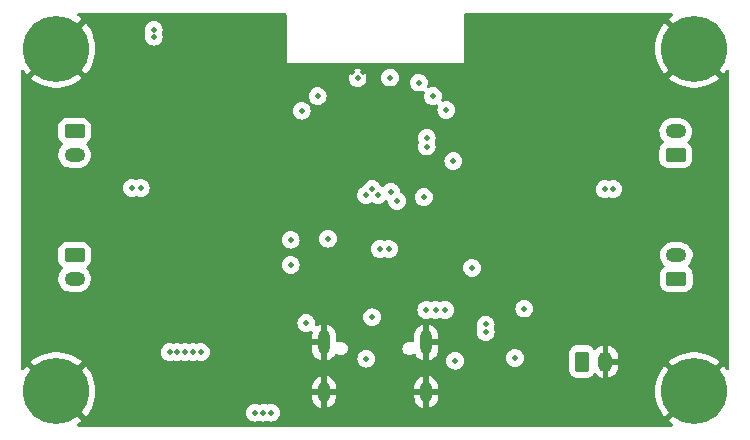
<source format=gbr>
%TF.GenerationSoftware,KiCad,Pcbnew,7.0.9*%
%TF.CreationDate,2023-12-10T21:37:23+08:00*%
%TF.ProjectId,E-Secnt Coach,452d5365-636e-4742-9043-6f6163682e6b,rev?*%
%TF.SameCoordinates,Original*%
%TF.FileFunction,Copper,L2,Inr*%
%TF.FilePolarity,Positive*%
%FSLAX46Y46*%
G04 Gerber Fmt 4.6, Leading zero omitted, Abs format (unit mm)*
G04 Created by KiCad (PCBNEW 7.0.9) date 2023-12-10 21:37:23*
%MOMM*%
%LPD*%
G01*
G04 APERTURE LIST*
G04 Aperture macros list*
%AMRoundRect*
0 Rectangle with rounded corners*
0 $1 Rounding radius*
0 $2 $3 $4 $5 $6 $7 $8 $9 X,Y pos of 4 corners*
0 Add a 4 corners polygon primitive as box body*
4,1,4,$2,$3,$4,$5,$6,$7,$8,$9,$2,$3,0*
0 Add four circle primitives for the rounded corners*
1,1,$1+$1,$2,$3*
1,1,$1+$1,$4,$5*
1,1,$1+$1,$6,$7*
1,1,$1+$1,$8,$9*
0 Add four rect primitives between the rounded corners*
20,1,$1+$1,$2,$3,$4,$5,0*
20,1,$1+$1,$4,$5,$6,$7,0*
20,1,$1+$1,$6,$7,$8,$9,0*
20,1,$1+$1,$8,$9,$2,$3,0*%
G04 Aperture macros list end*
%TA.AperFunction,ComponentPad*%
%ADD10RoundRect,0.250000X0.625000X-0.350000X0.625000X0.350000X-0.625000X0.350000X-0.625000X-0.350000X0*%
%TD*%
%TA.AperFunction,ComponentPad*%
%ADD11O,1.750000X1.200000*%
%TD*%
%TA.AperFunction,ComponentPad*%
%ADD12C,5.600000*%
%TD*%
%TA.AperFunction,ComponentPad*%
%ADD13RoundRect,0.250000X-0.625000X0.350000X-0.625000X-0.350000X0.625000X-0.350000X0.625000X0.350000X0*%
%TD*%
%TA.AperFunction,ComponentPad*%
%ADD14O,1.000000X2.100000*%
%TD*%
%TA.AperFunction,ComponentPad*%
%ADD15O,1.000000X1.800000*%
%TD*%
%TA.AperFunction,ComponentPad*%
%ADD16RoundRect,0.250000X-0.350000X-0.625000X0.350000X-0.625000X0.350000X0.625000X-0.350000X0.625000X0*%
%TD*%
%TA.AperFunction,ComponentPad*%
%ADD17O,1.200000X1.750000*%
%TD*%
%TA.AperFunction,ViaPad*%
%ADD18C,0.500000*%
%TD*%
G04 APERTURE END LIST*
D10*
%TO.N,Net-(J4-Pin_1)*%
%TO.C,J4*%
X165450000Y-84000000D03*
D11*
%TO.N,Net-(J4-Pin_2)*%
X165450000Y-82000000D03*
%TD*%
D12*
%TO.N,GND*%
%TO.C,REF\u002A\u002A*%
X167000000Y-104000000D03*
%TD*%
D13*
%TO.N,Net-(J3-Pin_1)*%
%TO.C,J3*%
X114550000Y-92500000D03*
D11*
%TO.N,Net-(J3-Pin_2)*%
X114550000Y-94500000D03*
%TD*%
D12*
%TO.N,GND*%
%TO.C,REF\u002A\u002A*%
X113000000Y-75000000D03*
%TD*%
D14*
%TO.N,GND*%
%TO.C,J1*%
X135680000Y-99875000D03*
D15*
X135680000Y-104075000D03*
D14*
X144320000Y-99875000D03*
D15*
X144320000Y-104075000D03*
%TD*%
D10*
%TO.N,Net-(J5-Pin_1)*%
%TO.C,J5*%
X165500000Y-94500000D03*
D11*
%TO.N,Net-(J5-Pin_2)*%
X165500000Y-92500000D03*
%TD*%
D12*
%TO.N,GND*%
%TO.C,REF\u002A\u002A*%
X167000000Y-75000000D03*
%TD*%
D13*
%TO.N,Net-(J2-Pin_1)*%
%TO.C,J2*%
X114550000Y-82000000D03*
D11*
%TO.N,Net-(J2-Pin_2)*%
X114550000Y-84000000D03*
%TD*%
D16*
%TO.N,+BATT*%
%TO.C,J6*%
X157500000Y-101500000D03*
D17*
%TO.N,GND*%
X159500000Y-101500000D03*
%TD*%
D12*
%TO.N,GND*%
%TO.C,REF\u002A\u002A*%
X113000000Y-104000000D03*
%TD*%
D18*
%TO.N,GND*%
X148990000Y-80020000D03*
X147000000Y-77000000D03*
X144000000Y-77000000D03*
X132000000Y-74000000D03*
X152200000Y-85600000D03*
X127590000Y-75790000D03*
X140000000Y-81872000D03*
X138857000Y-83015000D03*
X133000000Y-77000000D03*
X136740000Y-86750000D03*
X136740000Y-87350000D03*
X130957600Y-81745000D03*
X143000000Y-77000000D03*
X140000000Y-83015000D03*
X148000000Y-77000000D03*
X152200000Y-85000000D03*
X128190000Y-75790000D03*
X140000000Y-77000000D03*
X148000000Y-86900000D03*
X132000000Y-76000000D03*
X128190000Y-75190000D03*
X138000000Y-77000000D03*
X140000000Y-80729000D03*
X112050000Y-99620000D03*
X138857000Y-80729000D03*
X164780000Y-99160000D03*
X132000000Y-73000000D03*
X131680000Y-86110000D03*
X164180000Y-99760000D03*
X137000000Y-77000000D03*
X141270000Y-83015000D03*
X137340000Y-87350000D03*
X137340000Y-86750000D03*
X148000000Y-76000000D03*
X147400000Y-86300000D03*
X111450000Y-99020000D03*
X164180000Y-99160000D03*
X148370000Y-98470000D03*
X140630000Y-89560000D03*
X152800000Y-85600000D03*
X148000000Y-75000000D03*
X134000000Y-77000000D03*
X130690000Y-80530000D03*
X145000000Y-77000000D03*
X140980000Y-95940000D03*
X152800000Y-85000000D03*
X148000000Y-74000000D03*
X136000000Y-77000000D03*
X140630000Y-88950000D03*
X132000000Y-75000000D03*
X131080000Y-86710000D03*
X130690000Y-79940000D03*
X131080000Y-86110000D03*
X127590000Y-75190000D03*
X148000000Y-86300000D03*
X148000000Y-73000000D03*
X138857000Y-81872000D03*
X146000000Y-77000000D03*
X147400000Y-86900000D03*
X112050000Y-99020000D03*
X139000000Y-77000000D03*
X131680000Y-86710000D03*
X141270000Y-80729000D03*
X164780000Y-99760000D03*
X111450000Y-99620000D03*
X132000000Y-77000000D03*
X135000000Y-77000000D03*
X141270000Y-81872000D03*
X146040000Y-95960000D03*
%TO.N,/D+*%
X139750000Y-97750000D03*
X139760000Y-86895000D03*
%TO.N,/D-*%
X139250000Y-101250000D03*
X139237000Y-87381031D03*
%TO.N,+3V3*%
X125250000Y-100700000D03*
X141250000Y-77450000D03*
X140266057Y-87377918D03*
X146775000Y-101430000D03*
X122600000Y-100700000D03*
X146025000Y-80200000D03*
X123250000Y-100700000D03*
X144130000Y-87580000D03*
X133775000Y-80250000D03*
X124575000Y-100700000D03*
X123900000Y-100700000D03*
X143700000Y-77870000D03*
X136000000Y-91085000D03*
X146625000Y-84525000D03*
%TO.N,PWM_3*%
X135130000Y-79020000D03*
X144890000Y-79020000D03*
%TO.N,/IO0*%
X132840000Y-91180000D03*
X132840000Y-93310000D03*
%TO.N,/EN*%
X134170000Y-98240000D03*
X138510724Y-77499912D03*
%TO.N,/TX*%
X141852955Y-87891811D03*
X144360000Y-83290000D03*
%TO.N,/RX*%
X141340000Y-87155000D03*
X144370000Y-82540000D03*
%TO.N,+BATT*%
X149350000Y-99007003D03*
X149350000Y-98357500D03*
%TO.N,Net-(U4-PROG)*%
X148210000Y-93560000D03*
X151850000Y-101180000D03*
%TO.N,VCC*%
X120150000Y-86800000D03*
X121250000Y-73400000D03*
X131220000Y-105820000D03*
X144340000Y-97120000D03*
X145110000Y-97120000D03*
X145920000Y-97130000D03*
X141190000Y-91970000D03*
X121250000Y-73998000D03*
X129810000Y-105820000D03*
X119425000Y-86800000D03*
X160149503Y-86900000D03*
X140400000Y-91970000D03*
X159456400Y-86901200D03*
X130530000Y-105820000D03*
X152630000Y-97010000D03*
%TD*%
%TA.AperFunction,Conductor*%
%TO.N,GND*%
G36*
X132430650Y-72019082D02*
G01*
X132481418Y-72069850D01*
X132500000Y-72139200D01*
X132500000Y-76246000D01*
X132500001Y-76246000D01*
X147499999Y-76246000D01*
X147500000Y-76246000D01*
X147500000Y-72139200D01*
X147518582Y-72069850D01*
X147569350Y-72019082D01*
X147638700Y-72000500D01*
X165084771Y-72000500D01*
X165154121Y-72019082D01*
X165204889Y-72069850D01*
X165223471Y-72139200D01*
X165204889Y-72208550D01*
X165156280Y-72258045D01*
X165145369Y-72264609D01*
X165145365Y-72264612D01*
X164860491Y-72481167D01*
X164847256Y-72493703D01*
X166055819Y-73702266D01*
X165865130Y-73865130D01*
X165702266Y-74055820D01*
X164496441Y-72849995D01*
X164369038Y-72999986D01*
X164369025Y-73000003D01*
X164168219Y-73296169D01*
X164168217Y-73296173D01*
X164000609Y-73612315D01*
X164000598Y-73612340D01*
X163868150Y-73944756D01*
X163772420Y-74289542D01*
X163772418Y-74289551D01*
X163714526Y-74642676D01*
X163695153Y-75000000D01*
X163714526Y-75357323D01*
X163772418Y-75710448D01*
X163772420Y-75710457D01*
X163868150Y-76055243D01*
X164000598Y-76387659D01*
X164000609Y-76387684D01*
X164168217Y-76703826D01*
X164168219Y-76703830D01*
X164369025Y-76999996D01*
X164369030Y-77000003D01*
X164496442Y-77150002D01*
X165702265Y-75944178D01*
X165865130Y-76134870D01*
X166055818Y-76297733D01*
X164847256Y-77506296D01*
X164860480Y-77518823D01*
X165145365Y-77735387D01*
X165145371Y-77735391D01*
X165451977Y-77919869D01*
X165776753Y-78070127D01*
X166115872Y-78184388D01*
X166465335Y-78261311D01*
X166821081Y-78300000D01*
X167178919Y-78300000D01*
X167534664Y-78261311D01*
X167884127Y-78184388D01*
X168223246Y-78070127D01*
X168548022Y-77919869D01*
X168854628Y-77735391D01*
X168854643Y-77735381D01*
X169139505Y-77518836D01*
X169152742Y-77506296D01*
X167944179Y-76297733D01*
X168134870Y-76134870D01*
X168297733Y-75944180D01*
X169503556Y-77150003D01*
X169503557Y-77150003D01*
X169630960Y-77000014D01*
X169630971Y-77000000D01*
X169745999Y-76830347D01*
X169800298Y-76783374D01*
X169870808Y-76769845D01*
X169938636Y-76793382D01*
X169985609Y-76847681D01*
X169999500Y-76908183D01*
X169999500Y-102091816D01*
X169980918Y-102161166D01*
X169930150Y-102211934D01*
X169860800Y-102230516D01*
X169791450Y-102211934D01*
X169746000Y-102169653D01*
X169630974Y-102000003D01*
X169630969Y-101999996D01*
X169503556Y-101849996D01*
X168297733Y-103055818D01*
X168134870Y-102865130D01*
X167944178Y-102702265D01*
X169152742Y-101493702D01*
X169139519Y-101481176D01*
X168854634Y-101264612D01*
X168854628Y-101264608D01*
X168548022Y-101080130D01*
X168223246Y-100929872D01*
X167884127Y-100815611D01*
X167534664Y-100738688D01*
X167178919Y-100700000D01*
X166821081Y-100700000D01*
X166465335Y-100738688D01*
X166115872Y-100815611D01*
X165776753Y-100929872D01*
X165451977Y-101080130D01*
X165145371Y-101264608D01*
X165145365Y-101264612D01*
X164860491Y-101481167D01*
X164847256Y-101493702D01*
X166055820Y-102702266D01*
X165865130Y-102865130D01*
X165702266Y-103055820D01*
X164496441Y-101849995D01*
X164369038Y-101999986D01*
X164369025Y-102000003D01*
X164168219Y-102296169D01*
X164168217Y-102296173D01*
X164000609Y-102612315D01*
X164000598Y-102612340D01*
X163868150Y-102944756D01*
X163772420Y-103289542D01*
X163772418Y-103289551D01*
X163714526Y-103642676D01*
X163695153Y-104000000D01*
X163714526Y-104357323D01*
X163772418Y-104710448D01*
X163772420Y-104710457D01*
X163868150Y-105055243D01*
X164000598Y-105387659D01*
X164000609Y-105387684D01*
X164168217Y-105703826D01*
X164168219Y-105703830D01*
X164369025Y-105999996D01*
X164369030Y-106000003D01*
X164496442Y-106150002D01*
X165702265Y-104944178D01*
X165865130Y-105134870D01*
X166055818Y-105297733D01*
X164847256Y-106506296D01*
X164860480Y-106518823D01*
X165145365Y-106735387D01*
X165145369Y-106735390D01*
X165156280Y-106741955D01*
X165206122Y-106793632D01*
X165223448Y-106863306D01*
X165203616Y-106932309D01*
X165151939Y-106982151D01*
X165084771Y-106999500D01*
X114915229Y-106999500D01*
X114845879Y-106980918D01*
X114795111Y-106930150D01*
X114776529Y-106860800D01*
X114795111Y-106791450D01*
X114843720Y-106741955D01*
X114854630Y-106735390D01*
X114854643Y-106735381D01*
X115139505Y-106518836D01*
X115152742Y-106506296D01*
X113944180Y-105297733D01*
X114134870Y-105134870D01*
X114297733Y-104944180D01*
X115503556Y-106150003D01*
X115503557Y-106150003D01*
X115630960Y-106000014D01*
X115630974Y-105999996D01*
X115753015Y-105820000D01*
X129054751Y-105820000D01*
X129073686Y-105988055D01*
X129073686Y-105988057D01*
X129073687Y-105988059D01*
X129129544Y-106147690D01*
X129129545Y-106147693D01*
X129130997Y-106150003D01*
X129219523Y-106290890D01*
X129339110Y-106410477D01*
X129433729Y-106469930D01*
X129482306Y-106500454D01*
X129482307Y-106500454D01*
X129482310Y-106500456D01*
X129641941Y-106556313D01*
X129810000Y-106575249D01*
X129978059Y-106556313D01*
X130124192Y-106505178D01*
X130195786Y-106499814D01*
X130215803Y-106505177D01*
X130361941Y-106556313D01*
X130530000Y-106575249D01*
X130698059Y-106556313D01*
X130829195Y-106510426D01*
X130900786Y-106505062D01*
X130920791Y-106510422D01*
X131051941Y-106556313D01*
X131220000Y-106575249D01*
X131388059Y-106556313D01*
X131547690Y-106500456D01*
X131690890Y-106410477D01*
X131810477Y-106290890D01*
X131900456Y-106147690D01*
X131956313Y-105988059D01*
X131975249Y-105820000D01*
X131956313Y-105651941D01*
X131900456Y-105492310D01*
X131900454Y-105492307D01*
X131900454Y-105492306D01*
X131861316Y-105430019D01*
X131810477Y-105349110D01*
X131690890Y-105229523D01*
X131631435Y-105192164D01*
X131547693Y-105139545D01*
X131547690Y-105139544D01*
X131534332Y-105134870D01*
X131388059Y-105083687D01*
X131388057Y-105083686D01*
X131388055Y-105083686D01*
X131220000Y-105064751D01*
X131051944Y-105083686D01*
X131051941Y-105083686D01*
X131051941Y-105083687D01*
X130920808Y-105129572D01*
X130849213Y-105134937D01*
X130829193Y-105129572D01*
X130698059Y-105083687D01*
X130698057Y-105083686D01*
X130698055Y-105083686D01*
X130530000Y-105064751D01*
X130361944Y-105083686D01*
X130215809Y-105134820D01*
X130144213Y-105140185D01*
X130124191Y-105134820D01*
X130041477Y-105105878D01*
X129978059Y-105083687D01*
X129978057Y-105083686D01*
X129978055Y-105083686D01*
X129810000Y-105064751D01*
X129641944Y-105083686D01*
X129482309Y-105139544D01*
X129482306Y-105139545D01*
X129339110Y-105229523D01*
X129219523Y-105349110D01*
X129129545Y-105492306D01*
X129129544Y-105492309D01*
X129073686Y-105651944D01*
X129054751Y-105820000D01*
X115753015Y-105820000D01*
X115831780Y-105703830D01*
X115831782Y-105703826D01*
X115999390Y-105387684D01*
X115999401Y-105387659D01*
X116131849Y-105055243D01*
X116227579Y-104710457D01*
X116227581Y-104710448D01*
X116257866Y-104525719D01*
X134680000Y-104525719D01*
X134695417Y-104677328D01*
X134695419Y-104677339D01*
X134756303Y-104871389D01*
X134855004Y-105049214D01*
X134987480Y-105203531D01*
X134987481Y-105203532D01*
X135148309Y-105328021D01*
X135330902Y-105417586D01*
X135330901Y-105417586D01*
X135430000Y-105443244D01*
X135430000Y-104641110D01*
X135454457Y-104680610D01*
X135543962Y-104748201D01*
X135651840Y-104778895D01*
X135763521Y-104768546D01*
X135863922Y-104718552D01*
X135930000Y-104646069D01*
X135930000Y-105448365D01*
X135931948Y-105448067D01*
X136122663Y-105377435D01*
X136122671Y-105377431D01*
X136295264Y-105269852D01*
X136295265Y-105269852D01*
X136442668Y-105129734D01*
X136558855Y-104962804D01*
X136639060Y-104775903D01*
X136679999Y-104576693D01*
X136680000Y-104576687D01*
X136680000Y-104525719D01*
X143320000Y-104525719D01*
X143335417Y-104677328D01*
X143335419Y-104677339D01*
X143396303Y-104871389D01*
X143495004Y-105049214D01*
X143627480Y-105203531D01*
X143627481Y-105203532D01*
X143788309Y-105328021D01*
X143970902Y-105417586D01*
X143970901Y-105417586D01*
X144070000Y-105443244D01*
X144070000Y-104641110D01*
X144094457Y-104680610D01*
X144183962Y-104748201D01*
X144291840Y-104778895D01*
X144403521Y-104768546D01*
X144503922Y-104718552D01*
X144570000Y-104646069D01*
X144570000Y-105448364D01*
X144571948Y-105448067D01*
X144762663Y-105377435D01*
X144762671Y-105377431D01*
X144935264Y-105269852D01*
X144935265Y-105269852D01*
X145082668Y-105129734D01*
X145198855Y-104962804D01*
X145279060Y-104775903D01*
X145319999Y-104576693D01*
X145320000Y-104576687D01*
X145320000Y-104325001D01*
X145319999Y-104325000D01*
X144620000Y-104325000D01*
X144620000Y-103825000D01*
X145319999Y-103825000D01*
X145320000Y-103824999D01*
X145320000Y-103624288D01*
X145319999Y-103624280D01*
X145304582Y-103472671D01*
X145304580Y-103472660D01*
X145243696Y-103278610D01*
X145144995Y-103100785D01*
X145012519Y-102946468D01*
X145012518Y-102946467D01*
X144851690Y-102821978D01*
X144669097Y-102732413D01*
X144669089Y-102732410D01*
X144570000Y-102706753D01*
X144570000Y-103508889D01*
X144545543Y-103469390D01*
X144456038Y-103401799D01*
X144348160Y-103371105D01*
X144236479Y-103381454D01*
X144136078Y-103431448D01*
X144070000Y-103503930D01*
X144070000Y-102701632D01*
X144069999Y-102701632D01*
X144068060Y-102701930D01*
X144068050Y-102701932D01*
X143877336Y-102772564D01*
X143877328Y-102772568D01*
X143704735Y-102880147D01*
X143704734Y-102880147D01*
X143557331Y-103020265D01*
X143441144Y-103187195D01*
X143360939Y-103374096D01*
X143320000Y-103573306D01*
X143320000Y-103824999D01*
X143320001Y-103825000D01*
X144020000Y-103825000D01*
X144020000Y-104325000D01*
X143320001Y-104325000D01*
X143320000Y-104325001D01*
X143320000Y-104525719D01*
X136680000Y-104525719D01*
X136680000Y-104325001D01*
X136679999Y-104325000D01*
X135980000Y-104325000D01*
X135980000Y-103825000D01*
X136679999Y-103825000D01*
X136680000Y-103824999D01*
X136680000Y-103624288D01*
X136679999Y-103624280D01*
X136664582Y-103472671D01*
X136664580Y-103472660D01*
X136603696Y-103278610D01*
X136504995Y-103100785D01*
X136372519Y-102946468D01*
X136372518Y-102946467D01*
X136211690Y-102821978D01*
X136029097Y-102732413D01*
X136029089Y-102732410D01*
X135930000Y-102706753D01*
X135930000Y-103508889D01*
X135905543Y-103469390D01*
X135816038Y-103401799D01*
X135708160Y-103371105D01*
X135596479Y-103381454D01*
X135496078Y-103431448D01*
X135430000Y-103503930D01*
X135430000Y-102701632D01*
X135429999Y-102701632D01*
X135428060Y-102701930D01*
X135428050Y-102701932D01*
X135237336Y-102772564D01*
X135237328Y-102772568D01*
X135064735Y-102880147D01*
X135064734Y-102880147D01*
X134917331Y-103020265D01*
X134801144Y-103187195D01*
X134720939Y-103374096D01*
X134680000Y-103573306D01*
X134680000Y-103824999D01*
X134680001Y-103825000D01*
X135380000Y-103825000D01*
X135380000Y-104325000D01*
X134680001Y-104325000D01*
X134680000Y-104325001D01*
X134680000Y-104525719D01*
X116257866Y-104525719D01*
X116285473Y-104357323D01*
X116304846Y-104000000D01*
X116285473Y-103642676D01*
X116227581Y-103289551D01*
X116227579Y-103289542D01*
X116131849Y-102944756D01*
X115999401Y-102612340D01*
X115999390Y-102612315D01*
X115831782Y-102296173D01*
X115831780Y-102296169D01*
X115630974Y-102000003D01*
X115630969Y-101999996D01*
X115503556Y-101849996D01*
X114297733Y-103055819D01*
X114134870Y-102865130D01*
X113944178Y-102702265D01*
X115152742Y-101493702D01*
X115139519Y-101481176D01*
X114854634Y-101264612D01*
X114854628Y-101264608D01*
X114548022Y-101080130D01*
X114223246Y-100929872D01*
X113884127Y-100815611D01*
X113534664Y-100738688D01*
X113178919Y-100700000D01*
X121844751Y-100700000D01*
X121863686Y-100868055D01*
X121863686Y-100868057D01*
X121863687Y-100868059D01*
X121909580Y-100999214D01*
X121919544Y-101027690D01*
X121919545Y-101027693D01*
X121966430Y-101102309D01*
X122009523Y-101170890D01*
X122129110Y-101290477D01*
X122219513Y-101347281D01*
X122272306Y-101380454D01*
X122272307Y-101380454D01*
X122272310Y-101380456D01*
X122431941Y-101436313D01*
X122600000Y-101455249D01*
X122768059Y-101436313D01*
X122879192Y-101397425D01*
X122950786Y-101392061D01*
X122970802Y-101397424D01*
X123081941Y-101436313D01*
X123250000Y-101455249D01*
X123418059Y-101436313D01*
X123529192Y-101397425D01*
X123600786Y-101392061D01*
X123620802Y-101397424D01*
X123731941Y-101436313D01*
X123900000Y-101455249D01*
X124068059Y-101436313D01*
X124191692Y-101393051D01*
X124263286Y-101387687D01*
X124283302Y-101393050D01*
X124406941Y-101436313D01*
X124575000Y-101455249D01*
X124743059Y-101436313D01*
X124866692Y-101393051D01*
X124938286Y-101387687D01*
X124958302Y-101393050D01*
X125081941Y-101436313D01*
X125250000Y-101455249D01*
X125418059Y-101436313D01*
X125577690Y-101380456D01*
X125720890Y-101290477D01*
X125840477Y-101170890D01*
X125930456Y-101027690D01*
X125986313Y-100868059D01*
X126005249Y-100700000D01*
X125986313Y-100531941D01*
X125930456Y-100372310D01*
X125930454Y-100372307D01*
X125930454Y-100372306D01*
X125873891Y-100282288D01*
X125840477Y-100229110D01*
X125720890Y-100109523D01*
X125661435Y-100072164D01*
X125577693Y-100019545D01*
X125577690Y-100019544D01*
X125544522Y-100007938D01*
X125418059Y-99963687D01*
X125418057Y-99963686D01*
X125418055Y-99963686D01*
X125250000Y-99944751D01*
X125081943Y-99963686D01*
X124958309Y-100006947D01*
X124886713Y-100012312D01*
X124866691Y-100006947D01*
X124743056Y-99963686D01*
X124575000Y-99944751D01*
X124406943Y-99963686D01*
X124283309Y-100006947D01*
X124211713Y-100012312D01*
X124191691Y-100006947D01*
X124068056Y-99963686D01*
X123900000Y-99944751D01*
X123731942Y-99963686D01*
X123620808Y-100002573D01*
X123549213Y-100007938D01*
X123529192Y-100002573D01*
X123474409Y-99983404D01*
X123418059Y-99963687D01*
X123418057Y-99963686D01*
X123418059Y-99963686D01*
X123250000Y-99944751D01*
X123081942Y-99963686D01*
X122970808Y-100002573D01*
X122899213Y-100007938D01*
X122879192Y-100002573D01*
X122824409Y-99983404D01*
X122768059Y-99963687D01*
X122768057Y-99963686D01*
X122768059Y-99963686D01*
X122600000Y-99944751D01*
X122431944Y-99963686D01*
X122272309Y-100019544D01*
X122272306Y-100019545D01*
X122129110Y-100109523D01*
X122009523Y-100229110D01*
X121919545Y-100372306D01*
X121919544Y-100372309D01*
X121863686Y-100531944D01*
X121844751Y-100700000D01*
X113178919Y-100700000D01*
X112821081Y-100700000D01*
X112465335Y-100738688D01*
X112115872Y-100815611D01*
X111776753Y-100929872D01*
X111451977Y-101080130D01*
X111145371Y-101264608D01*
X111145365Y-101264612D01*
X110860491Y-101481167D01*
X110847256Y-101493702D01*
X112055820Y-102702266D01*
X111865130Y-102865130D01*
X111702266Y-103055819D01*
X110496441Y-101849995D01*
X110369038Y-101999986D01*
X110369025Y-102000003D01*
X110254000Y-102169653D01*
X110199702Y-102216625D01*
X110129192Y-102230154D01*
X110061363Y-102206616D01*
X110014391Y-102152318D01*
X110000500Y-102091816D01*
X110000500Y-98240000D01*
X133414751Y-98240000D01*
X133433686Y-98408055D01*
X133433686Y-98408057D01*
X133433687Y-98408059D01*
X133474801Y-98525556D01*
X133489544Y-98567690D01*
X133489545Y-98567693D01*
X133532743Y-98636441D01*
X133579523Y-98710890D01*
X133699110Y-98830477D01*
X133793729Y-98889930D01*
X133842306Y-98920454D01*
X133842307Y-98920454D01*
X133842310Y-98920456D01*
X134001941Y-98976313D01*
X134170000Y-98995249D01*
X134338059Y-98976313D01*
X134497690Y-98920456D01*
X134503450Y-98916836D01*
X134572054Y-98895670D01*
X134642052Y-98911642D01*
X134694685Y-98960473D01*
X134715852Y-99029078D01*
X134713110Y-99062193D01*
X134680000Y-99223306D01*
X134680000Y-99624999D01*
X134680001Y-99625000D01*
X135380000Y-99625000D01*
X135380000Y-100125000D01*
X134680001Y-100125000D01*
X134680000Y-100125001D01*
X134680000Y-100475719D01*
X134695417Y-100627328D01*
X134695419Y-100627339D01*
X134756303Y-100821389D01*
X134855004Y-100999214D01*
X134987480Y-101153531D01*
X134987481Y-101153532D01*
X135148309Y-101278021D01*
X135330902Y-101367586D01*
X135330901Y-101367586D01*
X135430000Y-101393244D01*
X135430000Y-100591110D01*
X135454457Y-100630610D01*
X135543962Y-100698201D01*
X135651840Y-100728895D01*
X135763521Y-100718546D01*
X135863922Y-100668552D01*
X135930000Y-100596069D01*
X135930000Y-101398364D01*
X135931948Y-101398067D01*
X136122663Y-101327435D01*
X136122671Y-101327431D01*
X136246896Y-101250000D01*
X138494751Y-101250000D01*
X138513686Y-101418055D01*
X138513686Y-101418057D01*
X138513687Y-101418059D01*
X138545050Y-101507690D01*
X138569544Y-101577690D01*
X138569545Y-101577693D01*
X138615538Y-101650889D01*
X138659523Y-101720890D01*
X138779110Y-101840477D01*
X138873729Y-101899930D01*
X138922306Y-101930454D01*
X138922307Y-101930454D01*
X138922310Y-101930456D01*
X139081941Y-101986313D01*
X139250000Y-102005249D01*
X139418059Y-101986313D01*
X139577690Y-101930456D01*
X139720890Y-101840477D01*
X139840477Y-101720890D01*
X139930456Y-101577690D01*
X139982135Y-101430000D01*
X146019751Y-101430000D01*
X146038686Y-101598055D01*
X146038686Y-101598057D01*
X146038687Y-101598059D01*
X146077136Y-101707941D01*
X146094544Y-101757690D01*
X146094545Y-101757693D01*
X146121141Y-101800019D01*
X146184523Y-101900890D01*
X146304110Y-102020477D01*
X146398729Y-102079930D01*
X146447306Y-102110454D01*
X146447307Y-102110454D01*
X146447310Y-102110456D01*
X146606941Y-102166313D01*
X146775000Y-102185249D01*
X146865934Y-102175003D01*
X156399500Y-102175003D01*
X156399501Y-102175015D01*
X156403273Y-102211934D01*
X156410001Y-102277797D01*
X156465186Y-102444334D01*
X156557288Y-102593656D01*
X156681344Y-102717712D01*
X156830666Y-102809814D01*
X156997200Y-102864998D01*
X156997203Y-102864999D01*
X157099991Y-102875500D01*
X157900008Y-102875499D01*
X158002797Y-102864999D01*
X158169334Y-102809814D01*
X158318656Y-102717712D01*
X158442712Y-102593656D01*
X158471042Y-102547724D01*
X158523262Y-102498456D01*
X158593123Y-102481898D01*
X158661903Y-102502488D01*
X158698114Y-102534797D01*
X158700272Y-102537541D01*
X158859035Y-102675109D01*
X159040967Y-102780148D01*
X159239489Y-102848856D01*
X159249999Y-102850367D01*
X159250000Y-102850367D01*
X159250000Y-101780617D01*
X159319052Y-101834363D01*
X159437424Y-101875000D01*
X159531073Y-101875000D01*
X159623446Y-101859586D01*
X159733514Y-101800019D01*
X159750000Y-101782110D01*
X159750000Y-102846258D01*
X159861408Y-102819231D01*
X159861409Y-102819230D01*
X160052501Y-102731962D01*
X160223627Y-102610103D01*
X160368592Y-102458066D01*
X160482166Y-102281343D01*
X160560243Y-102086316D01*
X160600000Y-101880034D01*
X160600000Y-101750001D01*
X160599999Y-101750000D01*
X159779560Y-101750000D01*
X159818278Y-101707941D01*
X159868551Y-101593330D01*
X159878886Y-101468605D01*
X159848163Y-101347281D01*
X159784606Y-101250000D01*
X160599999Y-101250000D01*
X160600000Y-101249999D01*
X160600000Y-101172593D01*
X160585035Y-101015879D01*
X160525850Y-100814313D01*
X160525849Y-100814311D01*
X160429587Y-100627587D01*
X160299727Y-100462458D01*
X160140964Y-100324890D01*
X159959032Y-100219851D01*
X159760509Y-100151142D01*
X159750000Y-100149631D01*
X159750000Y-101219382D01*
X159680948Y-101165637D01*
X159562576Y-101125000D01*
X159468927Y-101125000D01*
X159376554Y-101140414D01*
X159266486Y-101199981D01*
X159250000Y-101217889D01*
X159250000Y-100153741D01*
X159138585Y-100180771D01*
X158947498Y-100268037D01*
X158776372Y-100389896D01*
X158691668Y-100478732D01*
X158630362Y-100516100D01*
X158558586Y-100517808D01*
X158495572Y-100483400D01*
X158473236Y-100455832D01*
X158465745Y-100443687D01*
X158442712Y-100406344D01*
X158318656Y-100282288D01*
X158217429Y-100219851D01*
X158169333Y-100190185D01*
X158002797Y-100135001D01*
X158002801Y-100135001D01*
X157900009Y-100124500D01*
X157099996Y-100124500D01*
X157099984Y-100124501D01*
X156997201Y-100135001D01*
X156830666Y-100190186D01*
X156681345Y-100282287D01*
X156557287Y-100406345D01*
X156465185Y-100555666D01*
X156410001Y-100722200D01*
X156399500Y-100824985D01*
X156399500Y-102175003D01*
X146865934Y-102175003D01*
X146943059Y-102166313D01*
X147102690Y-102110456D01*
X147245890Y-102020477D01*
X147365477Y-101900890D01*
X147455456Y-101757690D01*
X147511313Y-101598059D01*
X147530249Y-101430000D01*
X147511313Y-101261941D01*
X147482641Y-101180000D01*
X151094751Y-101180000D01*
X151113686Y-101348055D01*
X151113686Y-101348057D01*
X151113687Y-101348059D01*
X151134196Y-101406670D01*
X151169544Y-101507690D01*
X151169545Y-101507693D01*
X151213528Y-101577690D01*
X151259523Y-101650890D01*
X151379110Y-101770477D01*
X151426126Y-101800019D01*
X151522306Y-101860454D01*
X151522307Y-101860454D01*
X151522310Y-101860456D01*
X151681941Y-101916313D01*
X151850000Y-101935249D01*
X152018059Y-101916313D01*
X152177690Y-101860456D01*
X152320890Y-101770477D01*
X152440477Y-101650890D01*
X152530456Y-101507690D01*
X152586313Y-101348059D01*
X152605249Y-101180000D01*
X152586313Y-101011941D01*
X152530456Y-100852310D01*
X152530454Y-100852307D01*
X152530454Y-100852306D01*
X152465884Y-100749545D01*
X152440477Y-100709110D01*
X152320890Y-100589523D01*
X152250402Y-100545232D01*
X152177693Y-100499545D01*
X152177690Y-100499544D01*
X152131553Y-100483400D01*
X152018059Y-100443687D01*
X152018057Y-100443686D01*
X152018055Y-100443686D01*
X151850000Y-100424751D01*
X151681944Y-100443686D01*
X151522309Y-100499544D01*
X151522306Y-100499545D01*
X151379110Y-100589523D01*
X151259523Y-100709110D01*
X151169545Y-100852306D01*
X151169544Y-100852309D01*
X151113686Y-101011944D01*
X151094751Y-101180000D01*
X147482641Y-101180000D01*
X147455456Y-101102310D01*
X147455454Y-101102307D01*
X147455454Y-101102306D01*
X147408569Y-101027690D01*
X147365477Y-100959110D01*
X147245890Y-100839523D01*
X147149744Y-100779110D01*
X147102693Y-100749545D01*
X147102690Y-100749544D01*
X147043678Y-100728895D01*
X146943059Y-100693687D01*
X146943057Y-100693686D01*
X146943055Y-100693686D01*
X146775000Y-100674751D01*
X146606944Y-100693686D01*
X146447309Y-100749544D01*
X146447306Y-100749545D01*
X146304110Y-100839523D01*
X146184523Y-100959110D01*
X146094545Y-101102306D01*
X146094544Y-101102309D01*
X146038686Y-101261944D01*
X146019751Y-101430000D01*
X139982135Y-101430000D01*
X139986313Y-101418059D01*
X140005249Y-101250000D01*
X139986313Y-101081941D01*
X139930456Y-100922310D01*
X139930454Y-100922307D01*
X139930454Y-100922306D01*
X139886469Y-100852306D01*
X139840477Y-100779110D01*
X139720890Y-100659523D01*
X139661435Y-100622164D01*
X139577693Y-100569545D01*
X139577690Y-100569544D01*
X139418059Y-100513687D01*
X139418057Y-100513686D01*
X139418055Y-100513686D01*
X139250000Y-100494751D01*
X139081944Y-100513686D01*
X138922309Y-100569544D01*
X138922306Y-100569545D01*
X138779110Y-100659523D01*
X138659523Y-100779110D01*
X138569545Y-100922306D01*
X138569544Y-100922309D01*
X138513686Y-101081944D01*
X138494751Y-101250000D01*
X136246896Y-101250000D01*
X136295264Y-101219852D01*
X136295265Y-101219852D01*
X136442668Y-101079734D01*
X136558859Y-100912799D01*
X136562272Y-100906652D01*
X136563760Y-100907478D01*
X136602429Y-100858380D01*
X136669102Y-100831744D01*
X136740160Y-100842013D01*
X136769904Y-100859437D01*
X136781141Y-100868059D01*
X136819767Y-100897698D01*
X136959764Y-100955687D01*
X137072280Y-100970500D01*
X137072282Y-100970500D01*
X137147718Y-100970500D01*
X137147720Y-100970500D01*
X137260236Y-100955687D01*
X137400233Y-100897698D01*
X137520451Y-100805451D01*
X137612698Y-100685233D01*
X137670687Y-100545236D01*
X137672438Y-100531941D01*
X137690466Y-100395003D01*
X142309534Y-100395003D01*
X142329311Y-100545232D01*
X142329312Y-100545234D01*
X142329313Y-100545236D01*
X142387302Y-100685233D01*
X142393789Y-100693687D01*
X142479545Y-100805447D01*
X142479552Y-100805454D01*
X142522568Y-100838461D01*
X142599767Y-100897698D01*
X142739764Y-100955687D01*
X142852280Y-100970500D01*
X142852282Y-100970500D01*
X142927718Y-100970500D01*
X142927720Y-100970500D01*
X143040236Y-100955687D01*
X143180233Y-100897698D01*
X143233836Y-100856566D01*
X143300166Y-100829091D01*
X143371348Y-100838461D01*
X143428308Y-100882168D01*
X143439543Y-100899292D01*
X143495005Y-100999216D01*
X143627480Y-101153531D01*
X143627481Y-101153532D01*
X143788309Y-101278021D01*
X143970902Y-101367586D01*
X143970901Y-101367586D01*
X144070000Y-101393244D01*
X144070000Y-100591110D01*
X144094457Y-100630610D01*
X144183962Y-100698201D01*
X144291840Y-100728895D01*
X144403521Y-100718546D01*
X144503922Y-100668552D01*
X144570000Y-100596069D01*
X144570000Y-101398364D01*
X144571948Y-101398067D01*
X144762663Y-101327435D01*
X144762671Y-101327431D01*
X144935264Y-101219852D01*
X144935265Y-101219852D01*
X145082668Y-101079734D01*
X145198855Y-100912804D01*
X145279060Y-100725903D01*
X145319999Y-100526693D01*
X145320000Y-100526687D01*
X145320000Y-100125001D01*
X145319999Y-100125000D01*
X144620000Y-100125000D01*
X144620000Y-99625000D01*
X145319999Y-99625000D01*
X145320000Y-99624999D01*
X145320000Y-99274288D01*
X145319999Y-99274280D01*
X145304582Y-99122671D01*
X145304580Y-99122660D01*
X145268292Y-99007003D01*
X148594751Y-99007003D01*
X148613686Y-99175058D01*
X148613686Y-99175060D01*
X148613687Y-99175062D01*
X148656424Y-99297198D01*
X148669544Y-99334693D01*
X148669545Y-99334696D01*
X148722164Y-99418438D01*
X148759523Y-99477893D01*
X148879110Y-99597480D01*
X148922908Y-99625000D01*
X149022306Y-99687457D01*
X149022307Y-99687457D01*
X149022310Y-99687459D01*
X149181941Y-99743316D01*
X149350000Y-99762252D01*
X149518059Y-99743316D01*
X149677690Y-99687459D01*
X149820890Y-99597480D01*
X149940477Y-99477893D01*
X150030456Y-99334693D01*
X150086313Y-99175062D01*
X150105249Y-99007003D01*
X150086313Y-98838944D01*
X150047512Y-98728059D01*
X150042148Y-98656464D01*
X150047513Y-98636442D01*
X150086313Y-98525559D01*
X150105249Y-98357500D01*
X150086313Y-98189441D01*
X150030456Y-98029810D01*
X150030454Y-98029807D01*
X150030454Y-98029806D01*
X149999930Y-97981229D01*
X149940477Y-97886610D01*
X149820890Y-97767023D01*
X149746813Y-97720477D01*
X149677693Y-97677045D01*
X149677690Y-97677044D01*
X149599039Y-97649523D01*
X149518059Y-97621187D01*
X149518057Y-97621186D01*
X149518055Y-97621186D01*
X149350000Y-97602251D01*
X149181944Y-97621186D01*
X149022309Y-97677044D01*
X149022306Y-97677045D01*
X148879110Y-97767023D01*
X148759523Y-97886610D01*
X148669545Y-98029806D01*
X148669544Y-98029809D01*
X148613686Y-98189444D01*
X148594751Y-98357500D01*
X148613686Y-98525556D01*
X148652486Y-98636442D01*
X148657851Y-98708038D01*
X148652486Y-98728059D01*
X148613686Y-98838945D01*
X148594751Y-99007003D01*
X145268292Y-99007003D01*
X145243696Y-98928610D01*
X145144995Y-98750785D01*
X145012519Y-98596468D01*
X145012518Y-98596467D01*
X144851690Y-98471978D01*
X144669097Y-98382413D01*
X144669089Y-98382410D01*
X144570000Y-98356753D01*
X144570000Y-99158889D01*
X144545543Y-99119390D01*
X144456038Y-99051799D01*
X144348160Y-99021105D01*
X144236479Y-99031454D01*
X144136078Y-99081448D01*
X144070000Y-99153930D01*
X144070000Y-98351632D01*
X144069999Y-98351632D01*
X144068060Y-98351930D01*
X144068050Y-98351932D01*
X143877336Y-98422564D01*
X143877328Y-98422568D01*
X143704735Y-98530147D01*
X143704734Y-98530147D01*
X143557331Y-98670265D01*
X143441144Y-98837195D01*
X143360939Y-99024096D01*
X143320000Y-99223306D01*
X143320000Y-99742616D01*
X143301418Y-99811966D01*
X143250650Y-99862734D01*
X143181300Y-99881316D01*
X143128221Y-99870758D01*
X143040236Y-99834313D01*
X143040235Y-99834312D01*
X143040233Y-99834312D01*
X142927726Y-99819500D01*
X142927720Y-99819500D01*
X142852280Y-99819500D01*
X142852273Y-99819500D01*
X142739767Y-99834312D01*
X142739765Y-99834312D01*
X142599767Y-99892302D01*
X142599764Y-99892304D01*
X142479552Y-99984545D01*
X142479545Y-99984552D01*
X142387304Y-100104764D01*
X142387302Y-100104767D01*
X142329312Y-100244765D01*
X142329311Y-100244767D01*
X142309534Y-100394996D01*
X142309534Y-100395003D01*
X137690466Y-100395003D01*
X137690466Y-100394996D01*
X137670688Y-100244767D01*
X137670687Y-100244765D01*
X137670687Y-100244764D01*
X137612698Y-100104767D01*
X137546581Y-100018602D01*
X137520454Y-99984552D01*
X137520447Y-99984545D01*
X137440305Y-99923051D01*
X137400233Y-99892302D01*
X137260236Y-99834313D01*
X137260235Y-99834312D01*
X137260233Y-99834312D01*
X137147726Y-99819500D01*
X137147720Y-99819500D01*
X137072280Y-99819500D01*
X137072273Y-99819500D01*
X136959767Y-99834312D01*
X136959765Y-99834312D01*
X136871779Y-99870758D01*
X136800597Y-99880129D01*
X136734265Y-99852654D01*
X136690558Y-99795695D01*
X136680000Y-99742616D01*
X136680000Y-99274288D01*
X136679999Y-99274280D01*
X136664582Y-99122671D01*
X136664580Y-99122660D01*
X136603696Y-98928610D01*
X136504995Y-98750785D01*
X136372519Y-98596468D01*
X136372518Y-98596467D01*
X136211690Y-98471978D01*
X136029097Y-98382413D01*
X136029089Y-98382410D01*
X135930000Y-98356753D01*
X135930000Y-99158889D01*
X135905543Y-99119390D01*
X135816038Y-99051799D01*
X135708160Y-99021105D01*
X135596479Y-99031454D01*
X135496078Y-99081448D01*
X135430000Y-99153930D01*
X135430000Y-98351632D01*
X135429999Y-98351632D01*
X135428060Y-98351930D01*
X135428050Y-98351932D01*
X135237336Y-98422564D01*
X135237328Y-98422568D01*
X135122845Y-98493926D01*
X135054162Y-98514840D01*
X134984224Y-98498610D01*
X134931771Y-98449586D01*
X134910857Y-98380903D01*
X134911650Y-98360689D01*
X134925249Y-98240000D01*
X134906313Y-98071941D01*
X134850456Y-97912310D01*
X134850454Y-97912307D01*
X134850454Y-97912306D01*
X134819930Y-97863729D01*
X134760477Y-97769110D01*
X134741367Y-97750000D01*
X138994751Y-97750000D01*
X139013686Y-97918055D01*
X139069544Y-98077690D01*
X139069545Y-98077693D01*
X139122164Y-98161435D01*
X139159523Y-98220890D01*
X139279110Y-98340477D01*
X139373729Y-98399930D01*
X139422306Y-98430454D01*
X139422307Y-98430454D01*
X139422310Y-98430456D01*
X139581941Y-98486313D01*
X139750000Y-98505249D01*
X139918059Y-98486313D01*
X140077690Y-98430456D01*
X140220890Y-98340477D01*
X140340477Y-98220890D01*
X140430456Y-98077690D01*
X140486313Y-97918059D01*
X140505249Y-97750000D01*
X140486313Y-97581941D01*
X140430456Y-97422310D01*
X140430454Y-97422307D01*
X140430454Y-97422306D01*
X140377285Y-97337690D01*
X140340477Y-97279110D01*
X140220890Y-97159523D01*
X140157990Y-97120000D01*
X143584751Y-97120000D01*
X143603686Y-97288055D01*
X143603686Y-97288057D01*
X143603687Y-97288059D01*
X143621054Y-97337690D01*
X143659544Y-97447690D01*
X143659545Y-97447693D01*
X143665827Y-97457690D01*
X143749523Y-97590890D01*
X143869110Y-97710477D01*
X143954999Y-97764445D01*
X144012306Y-97800454D01*
X144012307Y-97800454D01*
X144012310Y-97800456D01*
X144171941Y-97856313D01*
X144340000Y-97875249D01*
X144508059Y-97856313D01*
X144667690Y-97800456D01*
X144667690Y-97800455D01*
X144675043Y-97797883D01*
X144675706Y-97799780D01*
X144735353Y-97788489D01*
X144774567Y-97798996D01*
X144774957Y-97797883D01*
X144782309Y-97800455D01*
X144782310Y-97800456D01*
X144941941Y-97856313D01*
X145110000Y-97875249D01*
X145278059Y-97856313D01*
X145437690Y-97800456D01*
X145437696Y-97800451D01*
X145444708Y-97797076D01*
X145445816Y-97799377D01*
X145501801Y-97782085D01*
X145571804Y-97798034D01*
X145580834Y-97803245D01*
X145592310Y-97810456D01*
X145751941Y-97866313D01*
X145920000Y-97885249D01*
X146088059Y-97866313D01*
X146247690Y-97810456D01*
X146390890Y-97720477D01*
X146510477Y-97600890D01*
X146600456Y-97457690D01*
X146656313Y-97298059D01*
X146675249Y-97130000D01*
X146661728Y-97010000D01*
X151874751Y-97010000D01*
X151893686Y-97178055D01*
X151893686Y-97178057D01*
X151893687Y-97178059D01*
X151935675Y-97298055D01*
X151949544Y-97337690D01*
X151949545Y-97337693D01*
X152002164Y-97421435D01*
X152039523Y-97480890D01*
X152159110Y-97600477D01*
X152237166Y-97649523D01*
X152302306Y-97690454D01*
X152302307Y-97690454D01*
X152302310Y-97690456D01*
X152461941Y-97746313D01*
X152630000Y-97765249D01*
X152798059Y-97746313D01*
X152957690Y-97690456D01*
X153100890Y-97600477D01*
X153220477Y-97480890D01*
X153310456Y-97337690D01*
X153366313Y-97178059D01*
X153385249Y-97010000D01*
X153366313Y-96841941D01*
X153310456Y-96682310D01*
X153310454Y-96682307D01*
X153310454Y-96682306D01*
X153279930Y-96633729D01*
X153220477Y-96539110D01*
X153100890Y-96419523D01*
X153029636Y-96374751D01*
X152957693Y-96329545D01*
X152957690Y-96329544D01*
X152798059Y-96273687D01*
X152798057Y-96273686D01*
X152798055Y-96273686D01*
X152630000Y-96254751D01*
X152461944Y-96273686D01*
X152302309Y-96329544D01*
X152302306Y-96329545D01*
X152159110Y-96419523D01*
X152039523Y-96539110D01*
X151949545Y-96682306D01*
X151949544Y-96682309D01*
X151893686Y-96841944D01*
X151874751Y-97010000D01*
X146661728Y-97010000D01*
X146656313Y-96961941D01*
X146600456Y-96802310D01*
X146600454Y-96802307D01*
X146600454Y-96802306D01*
X146569930Y-96753729D01*
X146510477Y-96659110D01*
X146390890Y-96539523D01*
X146317042Y-96493121D01*
X146247693Y-96449545D01*
X146247690Y-96449544D01*
X146226465Y-96442117D01*
X146088059Y-96393687D01*
X146088057Y-96393686D01*
X146088055Y-96393686D01*
X145920000Y-96374751D01*
X145751944Y-96393686D01*
X145592307Y-96449545D01*
X145585293Y-96452923D01*
X145584190Y-96450633D01*
X145528111Y-96467917D01*
X145458118Y-96451925D01*
X145449162Y-96446752D01*
X145437694Y-96439546D01*
X145437690Y-96439544D01*
X145380473Y-96419523D01*
X145278059Y-96383687D01*
X145278057Y-96383686D01*
X145278055Y-96383686D01*
X145110000Y-96364751D01*
X144941944Y-96383686D01*
X144941941Y-96383686D01*
X144941941Y-96383687D01*
X144913363Y-96393687D01*
X144774957Y-96442117D01*
X144774294Y-96440223D01*
X144714619Y-96451508D01*
X144675431Y-96441007D01*
X144675043Y-96442117D01*
X144667690Y-96439544D01*
X144508059Y-96383687D01*
X144508057Y-96383686D01*
X144508055Y-96383686D01*
X144340000Y-96364751D01*
X144171944Y-96383686D01*
X144012309Y-96439544D01*
X144012306Y-96439545D01*
X143869110Y-96529523D01*
X143749523Y-96649110D01*
X143659545Y-96792306D01*
X143659544Y-96792309D01*
X143603686Y-96951944D01*
X143584751Y-97120000D01*
X140157990Y-97120000D01*
X140077693Y-97069545D01*
X140077690Y-97069544D01*
X139918059Y-97013687D01*
X139918057Y-97013686D01*
X139918055Y-97013686D01*
X139750000Y-96994751D01*
X139581944Y-97013686D01*
X139422309Y-97069544D01*
X139422306Y-97069545D01*
X139279110Y-97159523D01*
X139159523Y-97279110D01*
X139069545Y-97422306D01*
X139069544Y-97422309D01*
X139013686Y-97581944D01*
X138994751Y-97750000D01*
X134741367Y-97750000D01*
X134640890Y-97649523D01*
X134581435Y-97612164D01*
X134497693Y-97559545D01*
X134497690Y-97559544D01*
X134338059Y-97503687D01*
X134338057Y-97503686D01*
X134338055Y-97503686D01*
X134170000Y-97484751D01*
X134001944Y-97503686D01*
X133842309Y-97559544D01*
X133842306Y-97559545D01*
X133699110Y-97649523D01*
X133579523Y-97769110D01*
X133489545Y-97912306D01*
X133489544Y-97912309D01*
X133433686Y-98071944D01*
X133414751Y-98240000D01*
X110000500Y-98240000D01*
X110000500Y-94447392D01*
X113170746Y-94447392D01*
X113180745Y-94657325D01*
X113180746Y-94657333D01*
X113230294Y-94861571D01*
X113230295Y-94861574D01*
X113230296Y-94861576D01*
X113317604Y-95052753D01*
X113380626Y-95141255D01*
X113439516Y-95223955D01*
X113591623Y-95368987D01*
X113671932Y-95420598D01*
X113768428Y-95482613D01*
X113963543Y-95560725D01*
X113963546Y-95560726D01*
X114169909Y-95600499D01*
X114169915Y-95600500D01*
X114877427Y-95600500D01*
X114940142Y-95594511D01*
X115034218Y-95585528D01*
X115235875Y-95526316D01*
X115422682Y-95430011D01*
X115587886Y-95300092D01*
X115587888Y-95300089D01*
X115587890Y-95300088D01*
X115701189Y-95169334D01*
X115725519Y-95141256D01*
X115830604Y-94959244D01*
X115899344Y-94760633D01*
X115929254Y-94552602D01*
X115919254Y-94342670D01*
X115869704Y-94138424D01*
X115782396Y-93947247D01*
X115660486Y-93776048D01*
X115660485Y-93776047D01*
X115660483Y-93776044D01*
X115571707Y-93691398D01*
X115534339Y-93630092D01*
X115532630Y-93558316D01*
X115567037Y-93495302D01*
X115594599Y-93472970D01*
X115643656Y-93442712D01*
X115767712Y-93318656D01*
X115773051Y-93310000D01*
X132084751Y-93310000D01*
X132103686Y-93478055D01*
X132103686Y-93478057D01*
X132103687Y-93478059D01*
X132156885Y-93630092D01*
X132159544Y-93637690D01*
X132159545Y-93637693D01*
X132186974Y-93681345D01*
X132249523Y-93780890D01*
X132369110Y-93900477D01*
X132443542Y-93947246D01*
X132512306Y-93990454D01*
X132512307Y-93990454D01*
X132512310Y-93990456D01*
X132671941Y-94046313D01*
X132840000Y-94065249D01*
X133008059Y-94046313D01*
X133167690Y-93990456D01*
X133310890Y-93900477D01*
X133430477Y-93780890D01*
X133520456Y-93637690D01*
X133547641Y-93560000D01*
X147454751Y-93560000D01*
X147473686Y-93728055D01*
X147473686Y-93728057D01*
X147473687Y-93728059D01*
X147509591Y-93830666D01*
X147529544Y-93887690D01*
X147529545Y-93887693D01*
X147566966Y-93947247D01*
X147619523Y-94030890D01*
X147739110Y-94150477D01*
X147833729Y-94209930D01*
X147882306Y-94240454D01*
X147882307Y-94240454D01*
X147882310Y-94240456D01*
X148041941Y-94296313D01*
X148210000Y-94315249D01*
X148378059Y-94296313D01*
X148537690Y-94240456D01*
X148680890Y-94150477D01*
X148800477Y-94030890D01*
X148890456Y-93887690D01*
X148946313Y-93728059D01*
X148965249Y-93560000D01*
X148946313Y-93391941D01*
X148890456Y-93232310D01*
X148890454Y-93232307D01*
X148890454Y-93232306D01*
X148833246Y-93141262D01*
X148800477Y-93089110D01*
X148680890Y-92969523D01*
X148621435Y-92932164D01*
X148537693Y-92879545D01*
X148537690Y-92879544D01*
X148486340Y-92861576D01*
X148378059Y-92823687D01*
X148378057Y-92823686D01*
X148378055Y-92823686D01*
X148210000Y-92804751D01*
X148041944Y-92823686D01*
X147882309Y-92879544D01*
X147882306Y-92879545D01*
X147739110Y-92969523D01*
X147619523Y-93089110D01*
X147529545Y-93232306D01*
X147529544Y-93232309D01*
X147473686Y-93391944D01*
X147454751Y-93560000D01*
X133547641Y-93560000D01*
X133576313Y-93478059D01*
X133595249Y-93310000D01*
X133576313Y-93141941D01*
X133520456Y-92982310D01*
X133520454Y-92982307D01*
X133520454Y-92982306D01*
X133468746Y-92900015D01*
X133430477Y-92839110D01*
X133310890Y-92719523D01*
X133211916Y-92657333D01*
X133167693Y-92629545D01*
X133167690Y-92629544D01*
X133106583Y-92608162D01*
X133008059Y-92573687D01*
X133008057Y-92573686D01*
X133008055Y-92573686D01*
X132840000Y-92554751D01*
X132671944Y-92573686D01*
X132512309Y-92629544D01*
X132512306Y-92629545D01*
X132369110Y-92719523D01*
X132249523Y-92839110D01*
X132159545Y-92982306D01*
X132159544Y-92982309D01*
X132103686Y-93141944D01*
X132084751Y-93310000D01*
X115773051Y-93310000D01*
X115859814Y-93169334D01*
X115914999Y-93002797D01*
X115925500Y-92900009D01*
X115925499Y-92099992D01*
X115914999Y-91997203D01*
X115905985Y-91970000D01*
X139644751Y-91970000D01*
X139663686Y-92138055D01*
X139663686Y-92138057D01*
X139663687Y-92138059D01*
X139699136Y-92239367D01*
X139719544Y-92297690D01*
X139719545Y-92297693D01*
X139747804Y-92342666D01*
X139809523Y-92440890D01*
X139929110Y-92560477D01*
X140005000Y-92608162D01*
X140072306Y-92650454D01*
X140072307Y-92650454D01*
X140072310Y-92650456D01*
X140231941Y-92706313D01*
X140400000Y-92725249D01*
X140568059Y-92706313D01*
X140727690Y-92650456D01*
X140727696Y-92650451D01*
X140734711Y-92647075D01*
X140736125Y-92650011D01*
X140789260Y-92633389D01*
X140854807Y-92648074D01*
X140855289Y-92647075D01*
X140862306Y-92650453D01*
X140862310Y-92650456D01*
X141021941Y-92706313D01*
X141190000Y-92725249D01*
X141358059Y-92706313D01*
X141517690Y-92650456D01*
X141660890Y-92560477D01*
X141773975Y-92447392D01*
X164120746Y-92447392D01*
X164130745Y-92657325D01*
X164130746Y-92657333D01*
X164180294Y-92861571D01*
X164180295Y-92861574D01*
X164180296Y-92861576D01*
X164267604Y-93052753D01*
X164350620Y-93169333D01*
X164389516Y-93223955D01*
X164461648Y-93292732D01*
X164471534Y-93302158D01*
X164478292Y-93308601D01*
X164515660Y-93369907D01*
X164517369Y-93441683D01*
X164482962Y-93504697D01*
X164455394Y-93527033D01*
X164406348Y-93557285D01*
X164406345Y-93557287D01*
X164282287Y-93681345D01*
X164190185Y-93830666D01*
X164135001Y-93997200D01*
X164124500Y-94099985D01*
X164124500Y-94900003D01*
X164124501Y-94900015D01*
X164135001Y-95002798D01*
X164151555Y-95052753D01*
X164190186Y-95169334D01*
X164282288Y-95318656D01*
X164406344Y-95442712D01*
X164555666Y-95534814D01*
X164722200Y-95589998D01*
X164722203Y-95589999D01*
X164824991Y-95600500D01*
X166175008Y-95600499D01*
X166277797Y-95589999D01*
X166444334Y-95534814D01*
X166593656Y-95442712D01*
X166717712Y-95318656D01*
X166809814Y-95169334D01*
X166864999Y-95002797D01*
X166875500Y-94900009D01*
X166875499Y-94099992D01*
X166864999Y-93997203D01*
X166809814Y-93830666D01*
X166717712Y-93681344D01*
X166593656Y-93557288D01*
X166548175Y-93529235D01*
X166498908Y-93477014D01*
X166482351Y-93407153D01*
X166502942Y-93338372D01*
X166535252Y-93302162D01*
X166537886Y-93300092D01*
X166675519Y-93141256D01*
X166780604Y-92959244D01*
X166849344Y-92760633D01*
X166865249Y-92650011D01*
X166879254Y-92552605D01*
X166879254Y-92552602D01*
X166869254Y-92342674D01*
X166869253Y-92342666D01*
X166819705Y-92138428D01*
X166819704Y-92138427D01*
X166819704Y-92138424D01*
X166732396Y-91947247D01*
X166610486Y-91776048D01*
X166610485Y-91776047D01*
X166610483Y-91776044D01*
X166458376Y-91631012D01*
X166281575Y-91517389D01*
X166281571Y-91517386D01*
X166086453Y-91439273D01*
X165880090Y-91399500D01*
X165880085Y-91399500D01*
X165172575Y-91399500D01*
X165172573Y-91399500D01*
X165015784Y-91414471D01*
X164814127Y-91473683D01*
X164814120Y-91473686D01*
X164627317Y-91569989D01*
X164462109Y-91699911D01*
X164324486Y-91858737D01*
X164324480Y-91858744D01*
X164219394Y-92040758D01*
X164150655Y-92239367D01*
X164120746Y-92447392D01*
X141773975Y-92447392D01*
X141780477Y-92440890D01*
X141870456Y-92297690D01*
X141926313Y-92138059D01*
X141945249Y-91970000D01*
X141926313Y-91801941D01*
X141870456Y-91642310D01*
X141870454Y-91642307D01*
X141870454Y-91642306D01*
X141825013Y-91569989D01*
X141780477Y-91499110D01*
X141660890Y-91379523D01*
X141584999Y-91331837D01*
X141517693Y-91289545D01*
X141517690Y-91289544D01*
X141413421Y-91253059D01*
X141358059Y-91233687D01*
X141358057Y-91233686D01*
X141358055Y-91233686D01*
X141190000Y-91214751D01*
X141021944Y-91233686D01*
X140862310Y-91289544D01*
X140855290Y-91292925D01*
X140853911Y-91290061D01*
X140800184Y-91306633D01*
X140735246Y-91291810D01*
X140734710Y-91292925D01*
X140727693Y-91289546D01*
X140727690Y-91289544D01*
X140568059Y-91233687D01*
X140568057Y-91233686D01*
X140568055Y-91233686D01*
X140400000Y-91214751D01*
X140231944Y-91233686D01*
X140072309Y-91289544D01*
X140072306Y-91289545D01*
X139929110Y-91379523D01*
X139809523Y-91499110D01*
X139719545Y-91642306D01*
X139719544Y-91642309D01*
X139663686Y-91801944D01*
X139644751Y-91970000D01*
X115905985Y-91970000D01*
X115859814Y-91830666D01*
X115767712Y-91681344D01*
X115643656Y-91557288D01*
X115563249Y-91507693D01*
X115494333Y-91465185D01*
X115327797Y-91410001D01*
X115327801Y-91410001D01*
X115225009Y-91399500D01*
X113874996Y-91399500D01*
X113874984Y-91399501D01*
X113772201Y-91410001D01*
X113605666Y-91465186D01*
X113456345Y-91557287D01*
X113332287Y-91681345D01*
X113240185Y-91830666D01*
X113185001Y-91997200D01*
X113174500Y-92099985D01*
X113174500Y-92900003D01*
X113174501Y-92900015D01*
X113185001Y-93002798D01*
X113201555Y-93052753D01*
X113240186Y-93169334D01*
X113332288Y-93318656D01*
X113456344Y-93442712D01*
X113501821Y-93470762D01*
X113551091Y-93522985D01*
X113567648Y-93592846D01*
X113547057Y-93661626D01*
X113514757Y-93697828D01*
X113512116Y-93699905D01*
X113512109Y-93699911D01*
X113374486Y-93858737D01*
X113374480Y-93858744D01*
X113269394Y-94040758D01*
X113200655Y-94239367D01*
X113170746Y-94447392D01*
X110000500Y-94447392D01*
X110000500Y-91180000D01*
X132084751Y-91180000D01*
X132103686Y-91348055D01*
X132103686Y-91348057D01*
X132103687Y-91348059D01*
X132126926Y-91414472D01*
X132159544Y-91507690D01*
X132159545Y-91507693D01*
X132198689Y-91569989D01*
X132249523Y-91650890D01*
X132369110Y-91770477D01*
X132450015Y-91821313D01*
X132512306Y-91860454D01*
X132512307Y-91860454D01*
X132512310Y-91860456D01*
X132671941Y-91916313D01*
X132840000Y-91935249D01*
X133008059Y-91916313D01*
X133167690Y-91860456D01*
X133310890Y-91770477D01*
X133430477Y-91650890D01*
X133520456Y-91507690D01*
X133576313Y-91348059D01*
X133595249Y-91180000D01*
X133584545Y-91085000D01*
X135244751Y-91085000D01*
X135263686Y-91253055D01*
X135263686Y-91253057D01*
X135263687Y-91253059D01*
X135314929Y-91399500D01*
X135319544Y-91412690D01*
X135319545Y-91412693D01*
X135372164Y-91496435D01*
X135409523Y-91555890D01*
X135529110Y-91675477D01*
X135623729Y-91734930D01*
X135672306Y-91765454D01*
X135672307Y-91765454D01*
X135672310Y-91765456D01*
X135831941Y-91821313D01*
X136000000Y-91840249D01*
X136168059Y-91821313D01*
X136327690Y-91765456D01*
X136470890Y-91675477D01*
X136590477Y-91555890D01*
X136680456Y-91412690D01*
X136736313Y-91253059D01*
X136755249Y-91085000D01*
X136736313Y-90916941D01*
X136680456Y-90757310D01*
X136680454Y-90757307D01*
X136680454Y-90757306D01*
X136649930Y-90708729D01*
X136590477Y-90614110D01*
X136470890Y-90494523D01*
X136411435Y-90457164D01*
X136327693Y-90404545D01*
X136327690Y-90404544D01*
X136168059Y-90348687D01*
X136168057Y-90348686D01*
X136168055Y-90348686D01*
X136000000Y-90329751D01*
X135831944Y-90348686D01*
X135672309Y-90404544D01*
X135672306Y-90404545D01*
X135529110Y-90494523D01*
X135409523Y-90614110D01*
X135319545Y-90757306D01*
X135319544Y-90757309D01*
X135263686Y-90916944D01*
X135244751Y-91085000D01*
X133584545Y-91085000D01*
X133576313Y-91011941D01*
X133520456Y-90852310D01*
X133520454Y-90852307D01*
X133520454Y-90852306D01*
X133460763Y-90757310D01*
X133430477Y-90709110D01*
X133310890Y-90589523D01*
X133251435Y-90552164D01*
X133167693Y-90499545D01*
X133167690Y-90499544D01*
X133153341Y-90494523D01*
X133008059Y-90443687D01*
X133008057Y-90443686D01*
X133008055Y-90443686D01*
X132840000Y-90424751D01*
X132671944Y-90443686D01*
X132512309Y-90499544D01*
X132512306Y-90499545D01*
X132369110Y-90589523D01*
X132249523Y-90709110D01*
X132159545Y-90852306D01*
X132159544Y-90852309D01*
X132103686Y-91011944D01*
X132084751Y-91180000D01*
X110000500Y-91180000D01*
X110000500Y-86800000D01*
X118669751Y-86800000D01*
X118688686Y-86968055D01*
X118744544Y-87127690D01*
X118744545Y-87127693D01*
X118777707Y-87180469D01*
X118834523Y-87270890D01*
X118954110Y-87390477D01*
X119048729Y-87449930D01*
X119097306Y-87480454D01*
X119097307Y-87480454D01*
X119097310Y-87480456D01*
X119256941Y-87536313D01*
X119425000Y-87555249D01*
X119593059Y-87536313D01*
X119741693Y-87484303D01*
X119813286Y-87478939D01*
X119833297Y-87484300D01*
X119981941Y-87536313D01*
X120150000Y-87555249D01*
X120318059Y-87536313D01*
X120477690Y-87480456D01*
X120620890Y-87390477D01*
X120630336Y-87381031D01*
X138481751Y-87381031D01*
X138500686Y-87549086D01*
X138500686Y-87549088D01*
X138500687Y-87549090D01*
X138538253Y-87656448D01*
X138556544Y-87708721D01*
X138556545Y-87708724D01*
X138609164Y-87792466D01*
X138646523Y-87851921D01*
X138766110Y-87971508D01*
X138860729Y-88030961D01*
X138909306Y-88061485D01*
X138909307Y-88061485D01*
X138909310Y-88061487D01*
X139068941Y-88117344D01*
X139237000Y-88136280D01*
X139405059Y-88117344D01*
X139564690Y-88061487D01*
X139680214Y-87988898D01*
X139748817Y-87967736D01*
X139818814Y-87983712D01*
X139827799Y-87988899D01*
X139938363Y-88058372D01*
X139938364Y-88058372D01*
X139938367Y-88058374D01*
X140097998Y-88114231D01*
X140266057Y-88133167D01*
X140434116Y-88114231D01*
X140593747Y-88058374D01*
X140736947Y-87968395D01*
X140846633Y-87858708D01*
X140908809Y-87822812D01*
X140980605Y-87822812D01*
X141004684Y-87833331D01*
X141005289Y-87832075D01*
X141012306Y-87835453D01*
X141012310Y-87835456D01*
X141012339Y-87835466D01*
X141012358Y-87835479D01*
X141019325Y-87838834D01*
X141018943Y-87839625D01*
X141019013Y-87839669D01*
X141018860Y-87839911D01*
X141071660Y-87875910D01*
X141102812Y-87940596D01*
X141104358Y-87950853D01*
X141116641Y-88059867D01*
X141116641Y-88059869D01*
X141116642Y-88059870D01*
X141117208Y-88061487D01*
X141172499Y-88219501D01*
X141172500Y-88219504D01*
X141225119Y-88303246D01*
X141262478Y-88362701D01*
X141382065Y-88482288D01*
X141476684Y-88541741D01*
X141525261Y-88572265D01*
X141525262Y-88572265D01*
X141525265Y-88572267D01*
X141684896Y-88628124D01*
X141852955Y-88647060D01*
X142021014Y-88628124D01*
X142180645Y-88572267D01*
X142323845Y-88482288D01*
X142443432Y-88362701D01*
X142533411Y-88219501D01*
X142589268Y-88059870D01*
X142608204Y-87891811D01*
X142589268Y-87723752D01*
X142538967Y-87580000D01*
X143374751Y-87580000D01*
X143393686Y-87748055D01*
X143393686Y-87748057D01*
X143393687Y-87748059D01*
X143438424Y-87875910D01*
X143449544Y-87907690D01*
X143449545Y-87907693D01*
X143489643Y-87971507D01*
X143539523Y-88050890D01*
X143659110Y-88170477D01*
X143737131Y-88219501D01*
X143802306Y-88260454D01*
X143802307Y-88260454D01*
X143802310Y-88260456D01*
X143961941Y-88316313D01*
X144130000Y-88335249D01*
X144298059Y-88316313D01*
X144457690Y-88260456D01*
X144600890Y-88170477D01*
X144720477Y-88050890D01*
X144810456Y-87907690D01*
X144866313Y-87748059D01*
X144885249Y-87580000D01*
X144866313Y-87411941D01*
X144810456Y-87252310D01*
X144810454Y-87252307D01*
X144810454Y-87252306D01*
X144759297Y-87170892D01*
X144720477Y-87109110D01*
X144600890Y-86989523D01*
X144541435Y-86952164D01*
X144460327Y-86901200D01*
X158701151Y-86901200D01*
X158720086Y-87069255D01*
X158720086Y-87069257D01*
X158720087Y-87069259D01*
X158740533Y-87127690D01*
X158775944Y-87228890D01*
X158775945Y-87228893D01*
X158802334Y-87270890D01*
X158865923Y-87372090D01*
X158985510Y-87491677D01*
X159076875Y-87549086D01*
X159128706Y-87581654D01*
X159128707Y-87581654D01*
X159128710Y-87581656D01*
X159288341Y-87637513D01*
X159456400Y-87656449D01*
X159624459Y-87637513D01*
X159758858Y-87590484D01*
X159830452Y-87585120D01*
X159850472Y-87590484D01*
X159981444Y-87636313D01*
X160149503Y-87655249D01*
X160317562Y-87636313D01*
X160477193Y-87580456D01*
X160620393Y-87490477D01*
X160739980Y-87370890D01*
X160829959Y-87227690D01*
X160885816Y-87068059D01*
X160904752Y-86900000D01*
X160885816Y-86731941D01*
X160829959Y-86572310D01*
X160829957Y-86572307D01*
X160829957Y-86572306D01*
X160799433Y-86523729D01*
X160739980Y-86429110D01*
X160620393Y-86309523D01*
X160560938Y-86272164D01*
X160477196Y-86219545D01*
X160477193Y-86219544D01*
X160467293Y-86216080D01*
X160317562Y-86163687D01*
X160317560Y-86163686D01*
X160317558Y-86163686D01*
X160149503Y-86144751D01*
X159981447Y-86163686D01*
X159981444Y-86163686D01*
X159981444Y-86163687D01*
X159847044Y-86210715D01*
X159775451Y-86216080D01*
X159755430Y-86210715D01*
X159624459Y-86164887D01*
X159624457Y-86164886D01*
X159624455Y-86164886D01*
X159456400Y-86145951D01*
X159288344Y-86164886D01*
X159128709Y-86220744D01*
X159128706Y-86220745D01*
X158985510Y-86310723D01*
X158865923Y-86430310D01*
X158775945Y-86573506D01*
X158775944Y-86573509D01*
X158720086Y-86733144D01*
X158701151Y-86901200D01*
X144460327Y-86901200D01*
X144457693Y-86899545D01*
X144457690Y-86899544D01*
X144298059Y-86843687D01*
X144298057Y-86843686D01*
X144298055Y-86843686D01*
X144130000Y-86824751D01*
X143961944Y-86843686D01*
X143802309Y-86899544D01*
X143802306Y-86899545D01*
X143659110Y-86989523D01*
X143539523Y-87109110D01*
X143449545Y-87252306D01*
X143449544Y-87252309D01*
X143393686Y-87411944D01*
X143374751Y-87580000D01*
X142538967Y-87580000D01*
X142533411Y-87564121D01*
X142533409Y-87564118D01*
X142533409Y-87564117D01*
X142487891Y-87491677D01*
X142443432Y-87420921D01*
X142323845Y-87301334D01*
X142245818Y-87252306D01*
X142180648Y-87211356D01*
X142180636Y-87211351D01*
X142180605Y-87211340D01*
X142180584Y-87211325D01*
X142173630Y-87207977D01*
X142174135Y-87206928D01*
X142121287Y-87170892D01*
X142090140Y-87106203D01*
X142088596Y-87095956D01*
X142085588Y-87069259D01*
X142076313Y-86986941D01*
X142020456Y-86827310D01*
X142020454Y-86827307D01*
X142020454Y-86827306D01*
X141989930Y-86778729D01*
X141930477Y-86684110D01*
X141810890Y-86564523D01*
X141751435Y-86527164D01*
X141667693Y-86474545D01*
X141667690Y-86474544D01*
X141661294Y-86472306D01*
X141508059Y-86418687D01*
X141508057Y-86418686D01*
X141508055Y-86418686D01*
X141340000Y-86399751D01*
X141171944Y-86418686D01*
X141012309Y-86474544D01*
X141012306Y-86474545D01*
X140869110Y-86564523D01*
X140869106Y-86564526D01*
X140759425Y-86674207D01*
X140697248Y-86710105D01*
X140625451Y-86710105D01*
X140601363Y-86699607D01*
X140600768Y-86700843D01*
X140593744Y-86697460D01*
X140534009Y-86676558D01*
X140474689Y-86636114D01*
X140448903Y-86591451D01*
X140442624Y-86573506D01*
X140440456Y-86567310D01*
X140440454Y-86567307D01*
X140440454Y-86567306D01*
X140409930Y-86518729D01*
X140350477Y-86424110D01*
X140230890Y-86304523D01*
X140171435Y-86267164D01*
X140087693Y-86214545D01*
X140087690Y-86214544D01*
X140073341Y-86209523D01*
X139928059Y-86158687D01*
X139928057Y-86158686D01*
X139928055Y-86158686D01*
X139760000Y-86139751D01*
X139591944Y-86158686D01*
X139432309Y-86214544D01*
X139432306Y-86214545D01*
X139289110Y-86304523D01*
X139169523Y-86424110D01*
X139079545Y-86567306D01*
X139079543Y-86567310D01*
X139072218Y-86588245D01*
X139031772Y-86647566D01*
X138987114Y-86673349D01*
X138909310Y-86700574D01*
X138909306Y-86700576D01*
X138766110Y-86790554D01*
X138646523Y-86910141D01*
X138556545Y-87053337D01*
X138556544Y-87053340D01*
X138530528Y-87127690D01*
X138501253Y-87211356D01*
X138500686Y-87212975D01*
X138481751Y-87381031D01*
X120630336Y-87381031D01*
X120740477Y-87270890D01*
X120830456Y-87127690D01*
X120886313Y-86968059D01*
X120905249Y-86800000D01*
X120886313Y-86631941D01*
X120830456Y-86472310D01*
X120830454Y-86472307D01*
X120830454Y-86472306D01*
X120784864Y-86399751D01*
X120740477Y-86329110D01*
X120620890Y-86209523D01*
X120547941Y-86163686D01*
X120477693Y-86119545D01*
X120477690Y-86119544D01*
X120466690Y-86115695D01*
X120318059Y-86063687D01*
X120318057Y-86063686D01*
X120318055Y-86063686D01*
X120150000Y-86044751D01*
X119981944Y-86063686D01*
X119833309Y-86115695D01*
X119761713Y-86121060D01*
X119741691Y-86115695D01*
X119677439Y-86093212D01*
X119593059Y-86063687D01*
X119593057Y-86063686D01*
X119593055Y-86063686D01*
X119425000Y-86044751D01*
X119256944Y-86063686D01*
X119097309Y-86119544D01*
X119097306Y-86119545D01*
X118954110Y-86209523D01*
X118834523Y-86329110D01*
X118744545Y-86472306D01*
X118744544Y-86472309D01*
X118688686Y-86631944D01*
X118669751Y-86800000D01*
X110000500Y-86800000D01*
X110000500Y-83947398D01*
X113170746Y-83947398D01*
X113173473Y-84004664D01*
X113180745Y-84157325D01*
X113180746Y-84157333D01*
X113230294Y-84361571D01*
X113230295Y-84361574D01*
X113230296Y-84361576D01*
X113317604Y-84552753D01*
X113380626Y-84641255D01*
X113439516Y-84723955D01*
X113591623Y-84868987D01*
X113671932Y-84920598D01*
X113768428Y-84982613D01*
X113963543Y-85060725D01*
X113963546Y-85060726D01*
X114169909Y-85100499D01*
X114169915Y-85100500D01*
X114877427Y-85100500D01*
X114940142Y-85094511D01*
X115034218Y-85085528D01*
X115235875Y-85026316D01*
X115422682Y-84930011D01*
X115587886Y-84800092D01*
X115587888Y-84800089D01*
X115587890Y-84800088D01*
X115680631Y-84693059D01*
X115725519Y-84641256D01*
X115792640Y-84525000D01*
X145869751Y-84525000D01*
X145888686Y-84693055D01*
X145944544Y-84852690D01*
X145944545Y-84852693D01*
X145993128Y-84930010D01*
X146034523Y-84995890D01*
X146154110Y-85115477D01*
X146248729Y-85174930D01*
X146297306Y-85205454D01*
X146297307Y-85205454D01*
X146297310Y-85205456D01*
X146456941Y-85261313D01*
X146625000Y-85280249D01*
X146793059Y-85261313D01*
X146952690Y-85205456D01*
X147095890Y-85115477D01*
X147215477Y-84995890D01*
X147305456Y-84852690D01*
X147361313Y-84693059D01*
X147380249Y-84525000D01*
X147361313Y-84356941D01*
X147305456Y-84197310D01*
X147305454Y-84197307D01*
X147305454Y-84197306D01*
X147274930Y-84148729D01*
X147215477Y-84054110D01*
X147095890Y-83934523D01*
X147009877Y-83880477D01*
X146952693Y-83844545D01*
X146952690Y-83844544D01*
X146947323Y-83842666D01*
X146793059Y-83788687D01*
X146793057Y-83788686D01*
X146793055Y-83788686D01*
X146625000Y-83769751D01*
X146456944Y-83788686D01*
X146297309Y-83844544D01*
X146297306Y-83844545D01*
X146154110Y-83934523D01*
X146034523Y-84054110D01*
X145944545Y-84197306D01*
X145944544Y-84197309D01*
X145888686Y-84356944D01*
X145869751Y-84525000D01*
X115792640Y-84525000D01*
X115830604Y-84459244D01*
X115899344Y-84260633D01*
X115914197Y-84157325D01*
X115929254Y-84052605D01*
X115929254Y-84052602D01*
X115919254Y-83842674D01*
X115919253Y-83842666D01*
X115906157Y-83788686D01*
X115869704Y-83638424D01*
X115782396Y-83447247D01*
X115670421Y-83290000D01*
X143604751Y-83290000D01*
X143623686Y-83458055D01*
X143623686Y-83458057D01*
X143623687Y-83458059D01*
X143673348Y-83599984D01*
X143679544Y-83617690D01*
X143679545Y-83617693D01*
X143732164Y-83701435D01*
X143769523Y-83760890D01*
X143889110Y-83880477D01*
X143975123Y-83934523D01*
X144032306Y-83970454D01*
X144032307Y-83970454D01*
X144032310Y-83970456D01*
X144191941Y-84026313D01*
X144360000Y-84045249D01*
X144528059Y-84026313D01*
X144687690Y-83970456D01*
X144830890Y-83880477D01*
X144950477Y-83760890D01*
X145040456Y-83617690D01*
X145096313Y-83458059D01*
X145115249Y-83290000D01*
X145096313Y-83121941D01*
X145044462Y-82973761D01*
X145039098Y-82902167D01*
X145048009Y-82875087D01*
X145047883Y-82875043D01*
X145050250Y-82868276D01*
X145050418Y-82867768D01*
X145050450Y-82867698D01*
X145050456Y-82867690D01*
X145106313Y-82708059D01*
X145125249Y-82540000D01*
X145106313Y-82371941D01*
X145050456Y-82212310D01*
X145050454Y-82212307D01*
X145050454Y-82212306D01*
X145015906Y-82157325D01*
X144960477Y-82069110D01*
X144840890Y-81949523D01*
X144837499Y-81947392D01*
X164070746Y-81947392D01*
X164080745Y-82157325D01*
X164080746Y-82157333D01*
X164130294Y-82361571D01*
X164130295Y-82361574D01*
X164130296Y-82361576D01*
X164217604Y-82552753D01*
X164280626Y-82641255D01*
X164339516Y-82723955D01*
X164411648Y-82792732D01*
X164421534Y-82802158D01*
X164428292Y-82808601D01*
X164465660Y-82869907D01*
X164467369Y-82941683D01*
X164432962Y-83004697D01*
X164405394Y-83027033D01*
X164356348Y-83057285D01*
X164356345Y-83057287D01*
X164232287Y-83181345D01*
X164140185Y-83330666D01*
X164085001Y-83497200D01*
X164074500Y-83599985D01*
X164074500Y-84400003D01*
X164074501Y-84400015D01*
X164085001Y-84502798D01*
X164092358Y-84525000D01*
X164140186Y-84669334D01*
X164232288Y-84818656D01*
X164356344Y-84942712D01*
X164505666Y-85034814D01*
X164672200Y-85089998D01*
X164672203Y-85089999D01*
X164774991Y-85100500D01*
X166125008Y-85100499D01*
X166227797Y-85089999D01*
X166394334Y-85034814D01*
X166543656Y-84942712D01*
X166667712Y-84818656D01*
X166759814Y-84669334D01*
X166814999Y-84502797D01*
X166825500Y-84400009D01*
X166825499Y-83599992D01*
X166814999Y-83497203D01*
X166759814Y-83330666D01*
X166667712Y-83181344D01*
X166543656Y-83057288D01*
X166498175Y-83029235D01*
X166448908Y-82977014D01*
X166432351Y-82907153D01*
X166452942Y-82838372D01*
X166485252Y-82802162D01*
X166487886Y-82800092D01*
X166625519Y-82641256D01*
X166730604Y-82459244D01*
X166799344Y-82260633D01*
X166829254Y-82052602D01*
X166819254Y-81842670D01*
X166769704Y-81638424D01*
X166682396Y-81447247D01*
X166560486Y-81276048D01*
X166560485Y-81276047D01*
X166560483Y-81276044D01*
X166408376Y-81131012D01*
X166231575Y-81017389D01*
X166231571Y-81017386D01*
X166036453Y-80939273D01*
X165830090Y-80899500D01*
X165830085Y-80899500D01*
X165122575Y-80899500D01*
X165122573Y-80899500D01*
X164965784Y-80914471D01*
X164764127Y-80973683D01*
X164764120Y-80973686D01*
X164577317Y-81069989D01*
X164412109Y-81199911D01*
X164274486Y-81358737D01*
X164274480Y-81358744D01*
X164169394Y-81540758D01*
X164100655Y-81739367D01*
X164070746Y-81947392D01*
X144837499Y-81947392D01*
X144781435Y-81912164D01*
X144697693Y-81859545D01*
X144697690Y-81859544D01*
X144649478Y-81842674D01*
X144538059Y-81803687D01*
X144538057Y-81803686D01*
X144538055Y-81803686D01*
X144370000Y-81784751D01*
X144201944Y-81803686D01*
X144042309Y-81859544D01*
X144042306Y-81859545D01*
X143899110Y-81949523D01*
X143779523Y-82069110D01*
X143689545Y-82212306D01*
X143689544Y-82212309D01*
X143633686Y-82371944D01*
X143614751Y-82540000D01*
X143633686Y-82708055D01*
X143633686Y-82708057D01*
X143633687Y-82708059D01*
X143658257Y-82778277D01*
X143685536Y-82856237D01*
X143690901Y-82927833D01*
X143681991Y-82954913D01*
X143682117Y-82954957D01*
X143679772Y-82961656D01*
X143679591Y-82962209D01*
X143679548Y-82962296D01*
X143623686Y-83121944D01*
X143604751Y-83290000D01*
X115670421Y-83290000D01*
X115660486Y-83276048D01*
X115660485Y-83276047D01*
X115660483Y-83276044D01*
X115571707Y-83191398D01*
X115534339Y-83130092D01*
X115532630Y-83058316D01*
X115567037Y-82995302D01*
X115594599Y-82972970D01*
X115643656Y-82942712D01*
X115767712Y-82818656D01*
X115859814Y-82669334D01*
X115914999Y-82502797D01*
X115925500Y-82400009D01*
X115925499Y-81599992D01*
X115914999Y-81497203D01*
X115859814Y-81330666D01*
X115767712Y-81181344D01*
X115643656Y-81057288D01*
X115508110Y-80973683D01*
X115494333Y-80965185D01*
X115327797Y-80910001D01*
X115327801Y-80910001D01*
X115225009Y-80899500D01*
X113874996Y-80899500D01*
X113874984Y-80899501D01*
X113772201Y-80910001D01*
X113605666Y-80965186D01*
X113456345Y-81057287D01*
X113332287Y-81181345D01*
X113240185Y-81330666D01*
X113185001Y-81497200D01*
X113174500Y-81599985D01*
X113174500Y-82400003D01*
X113174501Y-82400015D01*
X113185001Y-82502798D01*
X113197329Y-82540000D01*
X113240186Y-82669334D01*
X113332288Y-82818656D01*
X113456344Y-82942712D01*
X113501821Y-82970762D01*
X113551091Y-83022985D01*
X113567648Y-83092846D01*
X113547057Y-83161626D01*
X113514757Y-83197828D01*
X113512116Y-83199905D01*
X113512109Y-83199911D01*
X113374486Y-83358737D01*
X113374480Y-83358744D01*
X113269394Y-83540758D01*
X113200655Y-83739367D01*
X113170746Y-83947392D01*
X113170746Y-83947396D01*
X113170746Y-83947398D01*
X110000500Y-83947398D01*
X110000500Y-80250000D01*
X133019751Y-80250000D01*
X133038686Y-80418055D01*
X133038686Y-80418057D01*
X133038687Y-80418059D01*
X133094544Y-80577690D01*
X133094545Y-80577693D01*
X133147164Y-80661435D01*
X133184523Y-80720890D01*
X133304110Y-80840477D01*
X133367736Y-80880456D01*
X133447306Y-80930454D01*
X133447307Y-80930454D01*
X133447310Y-80930456D01*
X133606941Y-80986313D01*
X133775000Y-81005249D01*
X133943059Y-80986313D01*
X134102690Y-80930456D01*
X134245890Y-80840477D01*
X134365477Y-80720890D01*
X134455456Y-80577690D01*
X134511313Y-80418059D01*
X134530249Y-80250000D01*
X134511313Y-80081941D01*
X134455456Y-79922310D01*
X134455454Y-79922307D01*
X134455454Y-79922306D01*
X134382454Y-79806129D01*
X134365477Y-79779110D01*
X134245890Y-79659523D01*
X134166316Y-79609523D01*
X134102693Y-79569545D01*
X134102690Y-79569544D01*
X133943059Y-79513687D01*
X133943057Y-79513686D01*
X133943055Y-79513686D01*
X133775000Y-79494751D01*
X133606944Y-79513686D01*
X133447309Y-79569544D01*
X133447306Y-79569545D01*
X133304110Y-79659523D01*
X133184523Y-79779110D01*
X133094545Y-79922306D01*
X133094544Y-79922309D01*
X133038686Y-80081944D01*
X133019751Y-80250000D01*
X110000500Y-80250000D01*
X110000500Y-79020000D01*
X134374751Y-79020000D01*
X134393686Y-79188055D01*
X134449544Y-79347690D01*
X134449545Y-79347693D01*
X134491127Y-79413869D01*
X134539523Y-79490890D01*
X134659110Y-79610477D01*
X134737166Y-79659523D01*
X134802306Y-79700454D01*
X134802307Y-79700454D01*
X134802310Y-79700456D01*
X134961941Y-79756313D01*
X135130000Y-79775249D01*
X135298059Y-79756313D01*
X135457690Y-79700456D01*
X135600890Y-79610477D01*
X135720477Y-79490890D01*
X135810456Y-79347690D01*
X135866313Y-79188059D01*
X135885249Y-79020000D01*
X135866313Y-78851941D01*
X135810456Y-78692310D01*
X135810454Y-78692307D01*
X135810454Y-78692306D01*
X135776571Y-78638383D01*
X135720477Y-78549110D01*
X135600890Y-78429523D01*
X135541435Y-78392164D01*
X135457693Y-78339545D01*
X135457690Y-78339544D01*
X135449628Y-78336723D01*
X135298059Y-78283687D01*
X135298057Y-78283686D01*
X135298055Y-78283686D01*
X135130000Y-78264751D01*
X134961944Y-78283686D01*
X134802309Y-78339544D01*
X134802306Y-78339545D01*
X134659110Y-78429523D01*
X134539523Y-78549110D01*
X134449545Y-78692306D01*
X134449544Y-78692309D01*
X134393686Y-78851944D01*
X134374751Y-79020000D01*
X110000500Y-79020000D01*
X110000500Y-76908183D01*
X110019082Y-76838833D01*
X110069850Y-76788065D01*
X110139200Y-76769483D01*
X110208550Y-76788065D01*
X110254001Y-76830347D01*
X110369028Y-77000000D01*
X110369030Y-77000003D01*
X110496442Y-77150002D01*
X111702265Y-75944179D01*
X111865130Y-76134870D01*
X112055818Y-76297733D01*
X110847256Y-77506296D01*
X110860480Y-77518823D01*
X111145365Y-77735387D01*
X111145371Y-77735391D01*
X111451977Y-77919869D01*
X111776753Y-78070127D01*
X112115872Y-78184388D01*
X112465335Y-78261311D01*
X112821081Y-78300000D01*
X113178919Y-78300000D01*
X113534664Y-78261311D01*
X113884127Y-78184388D01*
X114223246Y-78070127D01*
X114548022Y-77919869D01*
X114854628Y-77735391D01*
X114854643Y-77735381D01*
X115139505Y-77518836D01*
X115152742Y-77506296D01*
X115146358Y-77499912D01*
X137755475Y-77499912D01*
X137774410Y-77667967D01*
X137830268Y-77827602D01*
X137830269Y-77827605D01*
X137882888Y-77911347D01*
X137920247Y-77970802D01*
X138039834Y-78090389D01*
X138103600Y-78130456D01*
X138183030Y-78180366D01*
X138183031Y-78180366D01*
X138183034Y-78180368D01*
X138342665Y-78236225D01*
X138510724Y-78255161D01*
X138678783Y-78236225D01*
X138838414Y-78180368D01*
X138981614Y-78090389D01*
X139101201Y-77970802D01*
X139191180Y-77827602D01*
X139247037Y-77667971D01*
X139265973Y-77499912D01*
X139260349Y-77450000D01*
X140494751Y-77450000D01*
X140513686Y-77618055D01*
X140513686Y-77618057D01*
X140513687Y-77618059D01*
X140554740Y-77735381D01*
X140569544Y-77777690D01*
X140569545Y-77777693D01*
X140622164Y-77861435D01*
X140659523Y-77920890D01*
X140779110Y-78040477D01*
X140858544Y-78090389D01*
X140922306Y-78130454D01*
X140922307Y-78130454D01*
X140922310Y-78130456D01*
X141081941Y-78186313D01*
X141250000Y-78205249D01*
X141418059Y-78186313D01*
X141577690Y-78130456D01*
X141720890Y-78040477D01*
X141840477Y-77920890D01*
X141872453Y-77870000D01*
X142944751Y-77870000D01*
X142963686Y-78038055D01*
X143019544Y-78197690D01*
X143019545Y-78197693D01*
X143059520Y-78261311D01*
X143109523Y-78340890D01*
X143229110Y-78460477D01*
X143323729Y-78519930D01*
X143372306Y-78550454D01*
X143372307Y-78550454D01*
X143372310Y-78550456D01*
X143531941Y-78606313D01*
X143700000Y-78625249D01*
X143868059Y-78606313D01*
X144019631Y-78553275D01*
X144091224Y-78547911D01*
X144155910Y-78579062D01*
X144196355Y-78638383D01*
X144201720Y-78709979D01*
X144196355Y-78730002D01*
X144153686Y-78851944D01*
X144134751Y-79020000D01*
X144153686Y-79188055D01*
X144209544Y-79347690D01*
X144209545Y-79347693D01*
X144251127Y-79413869D01*
X144299523Y-79490890D01*
X144419110Y-79610477D01*
X144497166Y-79659523D01*
X144562306Y-79700454D01*
X144562307Y-79700454D01*
X144562310Y-79700456D01*
X144721941Y-79756313D01*
X144890000Y-79775249D01*
X145058059Y-79756313D01*
X145158918Y-79721020D01*
X145230512Y-79715656D01*
X145295199Y-79746808D01*
X145335643Y-79806129D01*
X145341008Y-79877724D01*
X145335643Y-79897747D01*
X145288686Y-80031944D01*
X145269751Y-80200000D01*
X145288686Y-80368055D01*
X145288686Y-80368057D01*
X145288687Y-80368059D01*
X145306183Y-80418059D01*
X145344544Y-80527690D01*
X145344545Y-80527693D01*
X145375961Y-80577690D01*
X145434523Y-80670890D01*
X145554110Y-80790477D01*
X145633683Y-80840476D01*
X145697306Y-80880454D01*
X145697307Y-80880454D01*
X145697310Y-80880456D01*
X145856941Y-80936313D01*
X146025000Y-80955249D01*
X146193059Y-80936313D01*
X146352690Y-80880456D01*
X146495890Y-80790477D01*
X146615477Y-80670890D01*
X146705456Y-80527690D01*
X146761313Y-80368059D01*
X146780249Y-80200000D01*
X146761313Y-80031941D01*
X146705456Y-79872310D01*
X146705454Y-79872307D01*
X146705454Y-79872306D01*
X146674930Y-79823729D01*
X146615477Y-79729110D01*
X146495890Y-79609523D01*
X146432264Y-79569544D01*
X146352693Y-79519545D01*
X146352690Y-79519544D01*
X146193059Y-79463687D01*
X146193057Y-79463686D01*
X146193055Y-79463686D01*
X146025000Y-79444751D01*
X145856942Y-79463686D01*
X145756081Y-79498978D01*
X145684485Y-79504343D01*
X145619799Y-79473190D01*
X145579356Y-79413869D01*
X145573991Y-79342273D01*
X145579351Y-79322268D01*
X145626313Y-79188059D01*
X145645249Y-79020000D01*
X145626313Y-78851941D01*
X145570456Y-78692310D01*
X145570454Y-78692307D01*
X145570454Y-78692306D01*
X145536571Y-78638383D01*
X145480477Y-78549110D01*
X145360890Y-78429523D01*
X145301435Y-78392164D01*
X145217693Y-78339545D01*
X145217690Y-78339544D01*
X145209628Y-78336723D01*
X145058059Y-78283687D01*
X145058057Y-78283686D01*
X145058055Y-78283686D01*
X144890000Y-78264751D01*
X144721943Y-78283686D01*
X144570370Y-78336723D01*
X144498774Y-78342088D01*
X144434088Y-78310936D01*
X144393644Y-78251615D01*
X144388279Y-78180019D01*
X144393642Y-78160003D01*
X144436313Y-78038059D01*
X144455249Y-77870000D01*
X144436313Y-77701941D01*
X144380456Y-77542310D01*
X144380454Y-77542307D01*
X144380454Y-77542306D01*
X144322453Y-77450000D01*
X144290477Y-77399110D01*
X144170890Y-77279523D01*
X144111435Y-77242164D01*
X144027693Y-77189545D01*
X144027690Y-77189544D01*
X143978175Y-77172218D01*
X143868059Y-77133687D01*
X143868057Y-77133686D01*
X143868055Y-77133686D01*
X143700000Y-77114751D01*
X143531944Y-77133686D01*
X143372309Y-77189544D01*
X143372306Y-77189545D01*
X143229110Y-77279523D01*
X143109523Y-77399110D01*
X143019545Y-77542306D01*
X143019544Y-77542309D01*
X142963686Y-77701944D01*
X142944751Y-77870000D01*
X141872453Y-77870000D01*
X141930456Y-77777690D01*
X141986313Y-77618059D01*
X142005249Y-77450000D01*
X141986313Y-77281941D01*
X141930456Y-77122310D01*
X141930454Y-77122307D01*
X141930454Y-77122306D01*
X141899930Y-77073729D01*
X141840477Y-76979110D01*
X141720890Y-76859523D01*
X141657124Y-76819456D01*
X141577693Y-76769545D01*
X141577690Y-76769544D01*
X141560697Y-76763598D01*
X141418059Y-76713687D01*
X141418057Y-76713686D01*
X141418055Y-76713686D01*
X141250000Y-76694751D01*
X141081944Y-76713686D01*
X140922309Y-76769544D01*
X140922306Y-76769545D01*
X140779110Y-76859523D01*
X140659523Y-76979110D01*
X140569545Y-77122306D01*
X140569544Y-77122309D01*
X140513686Y-77281944D01*
X140494751Y-77450000D01*
X139260349Y-77450000D01*
X139247037Y-77331853D01*
X139191180Y-77172222D01*
X139191178Y-77172219D01*
X139191178Y-77172218D01*
X139155068Y-77114751D01*
X139101201Y-77029022D01*
X138981614Y-76909435D01*
X138883334Y-76847681D01*
X138838417Y-76819457D01*
X138838414Y-76819456D01*
X138748703Y-76788065D01*
X138678783Y-76763599D01*
X138678781Y-76763598D01*
X138678779Y-76763598D01*
X138510724Y-76744663D01*
X138342668Y-76763598D01*
X138183033Y-76819456D01*
X138183030Y-76819457D01*
X138039834Y-76909435D01*
X137920247Y-77029022D01*
X137830269Y-77172218D01*
X137830268Y-77172221D01*
X137774410Y-77331856D01*
X137755475Y-77499912D01*
X115146358Y-77499912D01*
X113944179Y-76297733D01*
X114134870Y-76134870D01*
X114297733Y-75944180D01*
X115503556Y-77150003D01*
X115503557Y-77150003D01*
X115630960Y-77000014D01*
X115630974Y-76999996D01*
X115831780Y-76703830D01*
X115831782Y-76703826D01*
X115999390Y-76387684D01*
X115999401Y-76387659D01*
X116131849Y-76055243D01*
X116227579Y-75710457D01*
X116227581Y-75710448D01*
X116285473Y-75357323D01*
X116304846Y-75000000D01*
X116285473Y-74642676D01*
X116227581Y-74289551D01*
X116227579Y-74289542D01*
X116146632Y-73998000D01*
X120494751Y-73998000D01*
X120513686Y-74166055D01*
X120513686Y-74166057D01*
X120513687Y-74166059D01*
X120569544Y-74325690D01*
X120569545Y-74325693D01*
X120622164Y-74409435D01*
X120659523Y-74468890D01*
X120779110Y-74588477D01*
X120865367Y-74642676D01*
X120922306Y-74678454D01*
X120922307Y-74678454D01*
X120922310Y-74678456D01*
X121081941Y-74734313D01*
X121250000Y-74753249D01*
X121418059Y-74734313D01*
X121577690Y-74678456D01*
X121720890Y-74588477D01*
X121840477Y-74468890D01*
X121930456Y-74325690D01*
X121986313Y-74166059D01*
X122005249Y-73998000D01*
X121986313Y-73829941D01*
X121956523Y-73744808D01*
X121951158Y-73673215D01*
X121956522Y-73653196D01*
X121986313Y-73568059D01*
X122005249Y-73400000D01*
X121986313Y-73231941D01*
X121930456Y-73072310D01*
X121930454Y-73072307D01*
X121930454Y-73072306D01*
X121885018Y-72999996D01*
X121840477Y-72929110D01*
X121720890Y-72809523D01*
X121643568Y-72760938D01*
X121577693Y-72719545D01*
X121577690Y-72719544D01*
X121418059Y-72663687D01*
X121418057Y-72663686D01*
X121418055Y-72663686D01*
X121250000Y-72644751D01*
X121081944Y-72663686D01*
X120922309Y-72719544D01*
X120922306Y-72719545D01*
X120779110Y-72809523D01*
X120659523Y-72929110D01*
X120569545Y-73072306D01*
X120569544Y-73072309D01*
X120513686Y-73231944D01*
X120494751Y-73400000D01*
X120513686Y-73568057D01*
X120543475Y-73653192D01*
X120548840Y-73724788D01*
X120543475Y-73744808D01*
X120513686Y-73829942D01*
X120494751Y-73998000D01*
X116146632Y-73998000D01*
X116131849Y-73944756D01*
X115999401Y-73612340D01*
X115999390Y-73612315D01*
X115831782Y-73296173D01*
X115831780Y-73296169D01*
X115630974Y-73000003D01*
X115630969Y-72999996D01*
X115503556Y-72849996D01*
X114297733Y-74055819D01*
X114134870Y-73865130D01*
X113944179Y-73702265D01*
X115152742Y-72493702D01*
X115139519Y-72481176D01*
X114854634Y-72264612D01*
X114854630Y-72264609D01*
X114843720Y-72258045D01*
X114793878Y-72206368D01*
X114776552Y-72136694D01*
X114796384Y-72067691D01*
X114848061Y-72017849D01*
X114915229Y-72000500D01*
X132361300Y-72000500D01*
X132430650Y-72019082D01*
G37*
%TD.AperFunction*%
%TD*%
M02*

</source>
